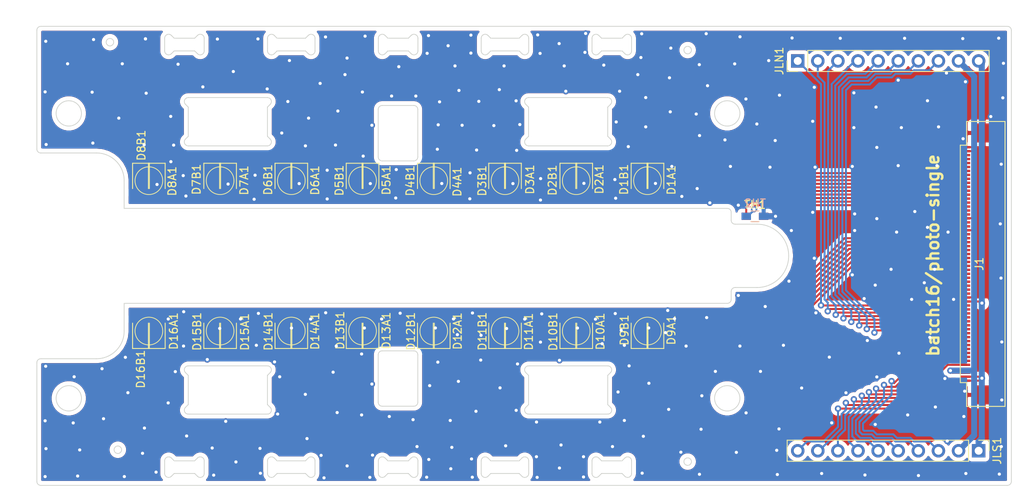
<source format=kicad_pcb>
(kicad_pcb (version 20211014) (generator pcbnew)
  (layers (0 "F.Cu" signal) (31 "B.Cu" signal) (34 "B.Paste" user) (35 "F.Paste" user) (36 "B.SilkS" user "B.Silkscreen") (37 "F.SilkS" user "F.Silkscreen") (38 "B.Mask" user) (39 "F.Mask" user) (44 "Edge.Cuts" user))
  (net 0 "")
  (net 1 "GNDA")
  (net 2 "/S_PD_OUT1")
  (net 3 "/S_PD_OUT3")
  (net 4 "/S_PD_OUT5")
  (net 5 "/S_PD_OUT7")
  (net 6 "/S_PD_OUT9")
  (net 7 "/S_PD_OUT11")
  (net 8 "/S_PD_OUT13")
  (net 9 "/S_PD_OUT15")
  (net 10 "/N_PD_OUT1")
  (net 11 "/N_PD_OUT3")
  (net 12 "/N_PD_OUT5")
  (net 13 "/N_PD_OUT7")
  (net 14 "/N_PD_OUT9")
  (net 15 "/N_PD_OUT11")
  (net 16 "/N_PD_OUT13")
  (net 17 "/N_PD_OUT15")
  (net 18 "GNDL")
  (net 19 "VCCL")
  (net 20 "Net-(J1-Pad42)")
  (net 21 "/N_LED_OUT1")
  (net 22 "/N_LED_OUT2")
  (net 23 "/N_LED_OUT3")
  (net 24 "/N_LED_OUT4")
  (net 25 "/N_LED_OUT5")
  (net 26 "/N_LED_OUT6")
  (net 27 "/N_LED_OUT7")
  (net 28 "/S_LED_OUT2")
  (net 29 "/S_LED_OUT1")
  (net 30 "/S_LED_OUT4")
  (net 31 "/S_LED_OUT3")
  (net 32 "/S_LED_OUT7")
  (net 33 "/S_LED_OUT8")
  (net 34 "/S_LED_OUT6")
  (net 35 "/S_LED_OUT5")
  (net 36 "/N_LED_OUT8")
  (net 37 "Net-(J1-Pad41)")
  (net 38 "VCCA")
  (net 39 "Net-(D3A1-Pad2)")
  (net 40 "Net-(D4A1-Pad2)")
  (net 41 "Net-(D5A1-Pad2)")
  (net 42 "Net-(D6A1-Pad2)")
  (net 43 "Net-(D7A1-Pad2)")
  (net 44 "Net-(D8A1-Pad2)")
  (net 45 "Net-(D9A1-Pad2)")
  (net 46 "Net-(D1A1-Pad2)")
  (net 47 "Net-(D10A1-Pad2)")
  (net 48 "Net-(D11A1-Pad2)")
  (net 49 "Net-(D12A1-Pad2)")
  (net 50 "Net-(D13A1-Pad2)")
  (net 51 "Net-(D14A1-Pad2)")
  (net 52 "Net-(D15A1-Pad2)")
  (net 53 "Net-(D16A1-Pad2)")
  (net 54 "Net-(D2A1-Pad2)")
  (footprint "Diodes_SMD:D_1206" (layer "F.Cu") (at 160.921211 90.502066 -90)
    (fp_text reference "D1B1")
    (fp_text value "D_Photo")
  )
  (footprint "Diodes_SMD:D_1206" (layer "F.Cu") (at 153.921211 90.502066 -90)
    (fp_text reference "D2A1")
    (fp_text value "D_Photo")
  )
  (footprint "Diodes_SMD:D_1206" (layer "F.Cu") (at 151.921211 90.502066 -90)
    (fp_text reference "D2B1")
    (fp_text value "D_Photo")
  )
  (footprint "Diodes_SMD:D_1206" (layer "F.Cu") (at 144.921211 90.502066 -90)
    (fp_text reference "D3A1")
    (fp_text value "D_Photo")
  )
  (footprint "Diodes_SMD:D_1206" (layer "F.Cu") (at 142.921211 90.502066 -90)
    (fp_text reference "D3B1")
    (fp_text value "D_Photo")
  )
  (footprint "Diodes_SMD:D_1206" (layer "F.Cu") (at 135.921211 90.502066 -90)
    (fp_text reference "D4A1")
    (fp_text value "D_Photo")
  )
  (footprint "Diodes_SMD:D_1206" (layer "F.Cu") (at 133.921211 90.502066 -90)
    (fp_text reference "D4B1")
    (fp_text value "D_Photo")
  )
  (footprint "Diodes_SMD:D_1206" (layer "F.Cu") (at 126.921211 90.502066 -90)
    (fp_text reference "D5A1")
    (fp_text value "D_Photo")
  )
  (footprint "Diodes_SMD:D_1206" (layer "F.Cu") (at 124.921211 90.502066 -90)
    (fp_text reference "D5B1")
    (fp_text value "D_Photo")
  )
  (footprint "Diodes_SMD:D_1206" (layer "F.Cu") (at 117.921211 90.502066 -90)
    (fp_text reference "D6A1")
    (fp_text value "D_Photo")
  )
  (footprint "Diodes_SMD:D_1206" (layer "F.Cu") (at 115.921211 90.502066 -90)
    (fp_text reference "D6B1")
    (fp_text value "D_Photo")
  )
  (footprint "Diodes_SMD:D_1206" (layer "F.Cu") (at 108.921211 90.502066 -90)
    (fp_text reference "D7A1")
    (fp_text value "D_Photo")
  )
  (footprint "Diodes_SMD:D_1206" (layer "F.Cu") (at 106.921211 90.502066 -90)
    (fp_text reference "D7B1")
    (fp_text value "D_Photo")
  )
  (footprint "Diodes_SMD:D_1206" (layer "F.Cu") (at 99.921211 90.502066 -90)
    (fp_text reference "D8A1")
    (fp_text value "D_Photo")
  )
  (footprint "Diodes_SMD:D_1206" (layer "F.Cu") (at 97.921211 90.502066 -90)
    (fp_text reference "D8B1")
    (fp_text value "D_Photo")
  )
  (footprint "Diodes_SMD:D_1206" (layer "F.Cu") (at 115.921211 109.501633 90)
    (fp_text reference "D14B1")
    (fp_text value "D_Photo")
  )
  (footprint "Diodes_SMD:D_1206" (layer "F.Cu") (at 124.921211 109.501633 90)
    (fp_text reference "D13B1")
    (fp_text value "D_Photo")
  )
  (footprint "Diodes_SMD:D_1206" (layer "F.Cu") (at 117.921211 109.501633 90)
    (fp_text reference "D14A1")
    (fp_text value "D_Photo")
  )
  (footprint "Diodes_SMD:D_1206" (layer "F.Cu") (at 108.921211 109.501633 90)
    (fp_text reference "D15A1")
    (fp_text value "D_Photo")
  )
  (footprint "Diodes_SMD:D_1206" (layer "F.Cu") (at 97.921211 109.501633 90)
    (fp_text reference "D16B1")
    (fp_text value "D_Photo")
  )
  (footprint "Diodes_SMD:D_1206" (layer "F.Cu") (at 99.921211 109.501633 90)
    (fp_text reference "D16A1")
    (fp_text value "D_Photo")
  )
  (footprint "Diodes_SMD:D_1206" (layer "F.Cu") (at 106.921211 109.501633 90)
    (fp_text reference "D15B1")
    (fp_text value "D_Photo")
  )
  (footprint "Diodes_SMD:D_1206" (layer "F.Cu") (at 160.921211 109.501633 90)
    (fp_text reference "D9B1")
    (fp_text value "D_Photo")
  )
  (footprint "Diodes_SMD:D_1206" (layer "F.Cu") (at 126.921211 109.501633 90)
    (fp_text reference "D13A1")
    (fp_text value "D_Photo")
  )
  (footprint "Diodes_SMD:D_1206" (layer "F.Cu") (at 133.921211 109.501633 90)
    (fp_text reference "D12B1")
    (fp_text value "D_Photo")
  )
  (footprint "Diodes_SMD:D_1206" (layer "F.Cu") (at 135.921211 109.501633 90)
    (fp_text reference "D12A1")
    (fp_text value "D_Photo")
  )
  (footprint "Diodes_SMD:D_1206" (layer "F.Cu") (at 142.921211 109.501633 90)
    (fp_text reference "D11B1")
    (fp_text value "D_Photo")
  )
  (footprint "Diodes_SMD:D_1206" (layer "F.Cu") (at 144.921211 109.501633 90)
    (fp_text reference "D11A1")
    (fp_text value "D_Photo")
  )
  (footprint "Diodes_SMD:D_1206" (layer "F.Cu") (at 151.921211 109.501633 90)
    (fp_text reference "D10B1")
    (fp_text value "D_Photo")
  )
  (footprint "Diodes_SMD:D_1206" (layer "F.Cu") (at 153.921211 109.501633 90)
    (fp_text reference "D10A1")
    (fp_text value "D_Photo")
  )
  (footprint "Diodes_SMD:D_1206" (layer "F.Cu") (at 162.921211 90.502066 -90)
    (fp_text reference "D1A1")
    (fp_text value "D_Photo")
  )
  (footprint "Pin_Headers:Pin_Header_Straight_1x10_Pitch2.54mm" (layer "F.Cu") (at 180.905 75.372 90)
    (fp_text reference "JLN1")
    (fp_text value "Conn_01x10_Male")
  )
  (footprint "Pin_Headers:Pin_Header_Straight_1x10_Pitch2.54mm" (layer "F.Cu") (at 203.765 124.628 -90)
    (fp_text reference "JLS1")
    (fp_text value "Conn_01x10_Male")
  )
  (footprint "Diodes_SMD:D_1206" (layer "F.Cu") (at 162.921211 109.501633 90)
    (fp_text reference "D9A1")
    (fp_text value "D_Photo")
  )
  (footprint "Ninja-qPCR:FFC_60_Ali_HUISHUNFA" (layer "F.Cu") (at 202.074 115.77 90)
    (fp_text reference "J1")
    (fp_text value "Conn_01x60_Male")
  )
  (footprint "Resistors_SMD:R_0603_HandSoldering" (layer "F.Cu") (at 175.5 95)
    (fp_text reference "TH1")
    (fp_text value "Thermistor")
  )
  (footprint "Resistors_SMD:R_0603_HandSoldering" (layer "B.Cu") (at 175.5 95)
    (fp_text reference "TH2")
    (fp_text value "Thermistor")
  )
  (gr_circle (center 161.921211 90.502066) (end 160.171211 90.502066) (layer "F.SilkS") (width 0.1) (fill none))
  (gr_circle (center 116.921211 90.502066) (end 115.171211 90.502066) (layer "F.SilkS") (width 0.1) (fill none))
  (gr_circle (center 134.921211 90.502066) (end 133.171211 90.502066) (layer "F.SilkS") (width 0.1) (fill none))
  (gr_circle (center 143.921211 90.502066) (end 142.171211 90.502066) (layer "F.SilkS") (width 0.1) (fill none))
  (gr_circle (center 152.921211 90.502066) (end 151.171211 90.502066) (layer "F.SilkS") (width 0.1) (fill none))
  (gr_circle (center 125.921211 90.502066) (end 124.171211 90.502066) (layer "F.SilkS") (width 0.1) (fill none))
  (gr_circle (center 98.921211 90.502066) (end 97.171211 90.502066) (layer "F.SilkS") (width 0.1) (fill none))
  (gr_circle (center 107.921211 90.502066) (end 106.171211 90.502066) (layer "F.SilkS") (width 0.1) (fill none))
  (gr_circle (center 107.921211 109.501633) (end 106.171211 109.501633) (layer "F.SilkS") (width 0.1) (fill none))
  (gr_circle (center 134.921211 109.501633) (end 133.171211 109.501633) (layer "F.SilkS") (width 0.1) (fill none))
  (gr_circle (center 116.921211 109.501633) (end 115.171211 109.501633) (layer "F.SilkS") (width 0.1) (fill none))
  (gr_circle (center 143.921211 109.501633) (end 142.171211 109.501633) (layer "F.SilkS") (width 0.1) (fill none))
  (gr_circle (center 125.921211 109.501633) (end 124.171211 109.501633) (layer "F.SilkS") (width 0.1) (fill none))
  (gr_circle (center 161.921211 109.501633) (end 160.171211 109.501633) (layer "F.SilkS") (width 0.1) (fill none))
  (gr_circle (center 152.921211 109.501633) (end 151.171211 109.501633) (layer "F.SilkS") (width 0.1) (fill none))
  (gr_circle (center 98.921211 109.501633) (end 97.171211 109.501633) (layer "F.SilkS") (width 0.1) (fill none))
  (gr_circle (center 172 82) (end 170.4 82) (layer "Edge.Cuts") (width 0.1) (fill none))
  (gr_circle (center 88.8 82) (end 87.2 82) (layer "Edge.Cuts") (width 0.1) (fill none))
  (gr_line (start 119.060497 74.455302) (end 118.706944 74.101749) (layer "Edge.Cuts") (width 0.1))
  (gr_line (start 156.89905 84.894642) (end 157.252604 85.248195) (layer "Edge.Cuts") (width 0.1))
  (gr_line (start 104.706944 74.101749) (end 102.121157 74.101749) (layer "Edge.Cuts") (width 0.1))
  (gr_line (start 103.89905 80.001749) (end 113.89905 80.001749) (layer "Edge.Cuts") (width 0.1))
  (gr_line (start 115.121157 74.101749) (end 114.767604 74.455302) (layer "Edge.Cuts") (width 0.1))
  (gr_line (start 156.89905 81.208855) (end 156.89905 84.894642) (layer "Edge.Cuts") (width 0.1))
  (gr_arc (start 157.252604 85.248195) (mid 157.360991 85.793091) (end 156.89905 86.10175) (layer "Edge.Cuts") (width 0.1))
  (gr_line (start 105.060497 74.455302) (end 104.706944 74.101749) (layer "Edge.Cuts") (width 0.1))
  (gr_arc (start 113.89905 80.001749) (mid 114.36099 80.310407) (end 114.252603 80.855302) (layer "Edge.Cuts") (width 0.1))
  (gr_arc (start 140.91405 72.501749) (mid 141.222708 72.039809) (end 141.767603 72.148196) (layer "Edge.Cuts") (width 0.1))
  (gr_line (start 119.91405 72.501749) (end 119.91405 74.101749) (layer "Edge.Cuts") (width 0.1))
  (gr_line (start 102.121157 74.101749) (end 101.767604 74.455302) (layer "Edge.Cuts") (width 0.1))
  (gr_line (start 129.121157 72.501749) (end 131.706944 72.501749) (layer "Edge.Cuts") (width 0.1))
  (gr_line (start 128.767604 72.148195) (end 129.121157 72.501749) (layer "Edge.Cuts") (width 0.1))
  (gr_line (start 101.767604 72.148195) (end 102.121157 72.501749) (layer "Edge.Cuts") (width 0.1))
  (gr_line (start 115.121157 72.501749) (end 118.706944 72.501749) (layer "Edge.Cuts") (width 0.1))
  (gr_line (start 113.89905 86.101749) (end 103.89905 86.101749) (layer "Edge.Cuts") (width 0.1))
  (gr_line (start 156.121157 74.101749) (end 155.767604 74.455302) (layer "Edge.Cuts") (width 0.1))
  (gr_line (start 104.706944 72.501749) (end 105.060497 72.148195) (layer "Edge.Cuts") (width 0.1))
  (gr_arc (start 154.91405 72.501749) (mid 155.222708 72.039809) (end 155.767603 72.148196) (layer "Edge.Cuts") (width 0.1))
  (gr_line (start 118.706944 74.101749) (end 115.121157 74.101749) (layer "Edge.Cuts") (width 0.1))
  (gr_arc (start 103.545497 80.855302) (mid 103.437111 80.310407) (end 103.89905 80.00175) (layer "Edge.Cuts") (width 0.1))
  (gr_line (start 146.91405 72.501749) (end 146.91405 74.101749) (layer "Edge.Cuts") (width 0.1))
  (gr_arc (start 159.060497 72.148195) (mid 159.605393 72.039809) (end 159.91405 72.50175) (layer "Edge.Cuts") (width 0.1))
  (gr_line (start 207.399 71) (end 85.264 71) (layer "Edge.Cuts") (width 0.1))
  (gr_line (start 156.121157 72.501749) (end 158.706944 72.501749) (layer "Edge.Cuts") (width 0.1))
  (gr_line (start 113.89905 81.208855) (end 113.89905 84.894642) (layer "Edge.Cuts") (width 0.1))
  (gr_line (start 140.91405 74.101749) (end 140.91405 72.501749) (layer "Edge.Cuts") (width 0.1))
  (gr_line (start 146.060497 74.455302) (end 145.706944 74.101749) (layer "Edge.Cuts") (width 0.1))
  (gr_arc (start 119.91405 74.101749) (mid 119.605392 74.563689) (end 119.060497 74.455302) (layer "Edge.Cuts") (width 0.1))
  (gr_line (start 142.121157 72.501749) (end 145.706944 72.501749) (layer "Edge.Cuts") (width 0.1))
  (gr_line (start 159.060497 74.455302) (end 158.706944 74.101749) (layer "Edge.Cuts") (width 0.1))
  (gr_arc (start 101.767604 74.455302) (mid 101.222709 74.563689) (end 100.91405 74.10175) (layer "Edge.Cuts") (width 0.1))
  (gr_arc (start 100.91405 72.501749) (mid 101.222708 72.039809) (end 101.767603 72.148196) (layer "Edge.Cuts") (width 0.1))
  (gr_line (start 102.121157 72.501749) (end 104.706944 72.501749) (layer "Edge.Cuts") (width 0.1))
  (gr_line (start 141.767604 72.148195) (end 142.121157 72.501749) (layer "Edge.Cuts") (width 0.1))
  (gr_line (start 103.89905 84.894642) (end 103.89905 81.208855) (layer "Edge.Cuts") (width 0.1))
  (gr_arc (start 132.060497 72.148195) (mid 132.605393 72.039809) (end 132.91405 72.50175) (layer "Edge.Cuts") (width 0.1))
  (gr_line (start 158.706944 72.501749) (end 159.060497 72.148195) (layer "Edge.Cuts") (width 0.1))
  (gr_line (start 146.545497 85.248195) (end 146.89905 84.894642) (layer "Edge.Cuts") (width 0.1))
  (gr_line (start 155.767604 72.148195) (end 156.121157 72.501749) (layer "Edge.Cuts") (width 0.1))
  (gr_arc (start 105.060497 72.148195) (mid 105.605393 72.039809) (end 105.91405 72.50175) (layer "Edge.Cuts") (width 0.1))
  (gr_arc (start 141.767604 74.455302) (mid 141.222709 74.563689) (end 140.91405 74.10175) (layer "Edge.Cuts") (width 0.1))
  (gr_line (start 100.91405 74.101749) (end 100.91405 72.501749) (layer "Edge.Cuts") (width 0.1))
  (gr_line (start 114.252604 80.855302) (end 113.89905 81.208855) (layer "Edge.Cuts") (width 0.1))
  (gr_arc (start 155.767604 74.455302) (mid 155.222709 74.563689) (end 154.91405 74.10175) (layer "Edge.Cuts") (width 0.1))
  (gr_line (start 158.706944 74.101749) (end 156.121157 74.101749) (layer "Edge.Cuts") (width 0.1))
  (gr_arc (start 103.89905 86.101749) (mid 103.43711 85.793091) (end 103.545497 85.248196) (layer "Edge.Cuts") (width 0.1))
  (gr_line (start 142.121157 74.101749) (end 141.767604 74.455302) (layer "Edge.Cuts") (width 0.1))
  (gr_arc (start 146.89905 86.101749) (mid 146.43711 85.793091) (end 146.545497 85.248196) (layer "Edge.Cuts") (width 0.1))
  (gr_arc (start 114.252604 85.248195) (mid 114.360991 85.793091) (end 113.89905 86.10175) (layer "Edge.Cuts") (width 0.1))
  (gr_line (start 154.91405 74.101749) (end 154.91405 72.501749) (layer "Edge.Cuts") (width 0.1))
  (gr_line (start 103.89905 81.208855) (end 103.545497 80.855302) (layer "Edge.Cuts") (width 0.1))
  (gr_line (start 103.545497 85.248195) (end 103.89905 84.894642) (layer "Edge.Cuts") (width 0.1))
  (gr_line (start 113.89905 84.894642) (end 114.252604 85.248195) (layer "Edge.Cuts") (width 0.1))
  (gr_arc (start 146.060497 72.148195) (mid 146.605393 72.039809) (end 146.91405 72.50175) (layer "Edge.Cuts") (width 0.1))
  (gr_line (start 145.706944 74.101749) (end 142.121157 74.101749) (layer "Edge.Cuts") (width 0.1))
  (gr_line (start 156.89905 86.101749) (end 146.89905 86.101749) (layer "Edge.Cuts") (width 0.1))
  (gr_line (start 131.706944 72.501749) (end 132.060497 72.148195) (layer "Edge.Cuts") (width 0.1))
  (gr_line (start 95.8 94) (end 172 94) (layer "Edge.Cuts") (width 0.1))
  (gr_line (start 113.91405 74.101749) (end 113.91405 72.501749) (layer "Edge.Cuts") (width 0.1))
  (gr_line (start 145.706944 72.501749) (end 146.060497 72.148195) (layer "Edge.Cuts") (width 0.1))
  (gr_line (start 146.89905 81.208855) (end 146.545497 80.855302) (layer "Edge.Cuts") (width 0.1))
  (gr_line (start 159.91405 72.501749) (end 159.91405 74.101749) (layer "Edge.Cuts") (width 0.1))
  (gr_line (start 146.89905 84.894642) (end 146.89905 81.208855) (layer "Edge.Cuts") (width 0.1))
  (gr_arc (start 113.91405 72.501749) (mid 114.222708 72.039809) (end 114.767603 72.148196) (layer "Edge.Cuts") (width 0.1))
  (gr_arc (start 132.91405 74.101749) (mid 132.605392 74.563689) (end 132.060497 74.455302) (layer "Edge.Cuts") (width 0.1))
  (gr_arc (start 105.91405 74.101749) (mid 105.605392 74.563689) (end 105.060497 74.455302) (layer "Edge.Cuts") (width 0.1))
  (gr_line (start 95.8 90.5) (end 95.8 94) (layer "Edge.Cuts") (width 0.1))
  (gr_arc (start 159.91405 74.101749) (mid 159.605392 74.563689) (end 159.060497 74.455302) (layer "Edge.Cuts") (width 0.1))
  (gr_line (start 105.91405 72.501749) (end 105.91405 74.101749) (layer "Edge.Cuts") (width 0.1))
  (gr_arc (start 146.545497 80.855302) (mid 146.437111 80.310407) (end 146.89905 80.00175) (layer "Edge.Cuts") (width 0.1))
  (gr_arc (start 114.767604 74.455302) (mid 114.222709 74.563689) (end 113.91405 74.10175) (layer "Edge.Cuts") (width 0.1))
  (gr_line (start 114.767604 72.148195) (end 115.121157 72.501749) (layer "Edge.Cuts") (width 0.1))
  (gr_line (start 132.91405 72.501749) (end 132.91405 74.101749) (layer "Edge.Cuts") (width 0.1))
  (gr_arc (start 128.767604 74.455302) (mid 128.222709 74.563689) (end 127.91405 74.10175) (layer "Edge.Cuts") (width 0.1))
  (gr_arc (start 146.91405 74.101749) (mid 146.605392 74.563689) (end 146.060497 74.455302) (layer "Edge.Cuts") (width 0.1))
  (gr_line (start 127.91405 74.101749) (end 127.91405 72.501749) (layer "Edge.Cuts") (width 0.1))
  (gr_arc (start 127.91405 72.501749) (mid 128.222708 72.039809) (end 128.767603 72.148196) (layer "Edge.Cuts") (width 0.1))
  (gr_arc (start 119.060497 72.148195) (mid 119.605393 72.039809) (end 119.91405 72.50175) (layer "Edge.Cuts") (width 0.1))
  (gr_line (start 129.121157 74.101749) (end 128.767604 74.455302) (layer "Edge.Cuts") (width 0.1))
  (gr_arc (start 156.89905 80.001749) (mid 157.36099 80.310407) (end 157.252603 80.855302) (layer "Edge.Cuts") (width 0.1))
  (gr_line (start 118.706944 72.501749) (end 119.060497 72.148195) (layer "Edge.Cuts") (width 0.1))
  (gr_line (start 131.706944 74.101749) (end 129.121157 74.101749) (layer "Edge.Cuts") (width 0.1))
  (gr_line (start 157.252604 80.855302) (end 156.89905 81.208855) (layer "Edge.Cuts") (width 0.1))
  (gr_line (start 132.060497 74.455302) (end 131.706944 74.101749) (layer "Edge.Cuts") (width 0.1))
  (gr_arc (start 92.3 87) (mid 94.774874 88.025126) (end 95.8 90.5) (layer "Edge.Cuts") (width 0.1))
  (gr_line (start 92.3 87) (end 85.264 87) (layer "Edge.Cuts") (width 0.1))
  (gr_circle (center 88.8 118) (end 87.2 118) (layer "Edge.Cuts") (width 0.1) (fill none))
  (gr_arc (start 132.9 118.5) (mid 132.753553 118.853553) (end 132.4 119) (layer "Edge.Cuts") (width 0.1))
  (gr_arc (start 128.4 119) (mid 128.046447 118.853553) (end 127.9 118.5) (layer "Edge.Cuts") (width 0.1))
  (gr_line (start 132.4 119) (end 128.4 119) (layer "Edge.Cuts") (width 0.1))
  (gr_line (start 127.9 118.5) (end 127.9 112.5) (layer "Edge.Cuts") (width 0.1))
  (gr_line (start 132.9 118.5) (end 132.9 112.5) (layer "Edge.Cuts") (width 0.1))
  (gr_arc (start 132.4 81) (mid 132.753553 81.146447) (end 132.9 81.5) (layer "Edge.Cuts") (width 0.1))
  (gr_line (start 128.4 81) (end 132.4 81) (layer "Edge.Cuts") (width 0.1))
  (gr_arc (start 132.9 87.5) (mid 132.753553 87.853553) (end 132.4 88) (layer "Edge.Cuts") (width 0.1))
  (gr_line (start 132.9 87.5) (end 132.9 81.5) (layer "Edge.Cuts") (width 0.1))
  (gr_line (start 132.4 88) (end 128.4 88) (layer "Edge.Cuts") (width 0.1))
  (gr_line (start 127.9 87.5) (end 127.9 81.5) (layer "Edge.Cuts") (width 0.1))
  (gr_arc (start 127.9 81.5) (mid 128.046447 81.146447) (end 128.4 81) (layer "Edge.Cuts") (width 0.1))
  (gr_circle (center 94 73) (end 93.525 73) (layer "Edge.Cuts") (width 0.1) (fill none))
  (gr_circle (center 167 74) (end 166.525 74) (layer "Edge.Cuts") (width 0.1) (fill none))
  (gr_circle (center 167 126) (end 166.525 126) (layer "Edge.Cuts") (width 0.1) (fill none))
  (gr_circle (center 95 124.5) (end 94.525 124.5) (layer "Edge.Cuts") (width 0.1) (fill none))
  (gr_arc (start 85.264 87) (mid 84.910447 86.853553) (end 84.764 86.5) (layer "Edge.Cuts") (width 0.1))
  (gr_arc (start 84.764 113.5) (mid 84.910447 113.146447) (end 85.264 113) (layer "Edge.Cuts") (width 0.1))
  (gr_arc (start 172 94) (mid 172.353553 94.146447) (end 172.5 94.5) (layer "Edge.Cuts") (width 0.1))
  (gr_arc (start 172.5 105.5) (mid 172.353553 105.853553) (end 172 106) (layer "Edge.Cuts") (width 0.1))
  (gr_line (start 156.89905 80.001749) (end 146.89905 80.001749) (layer "Edge.Cuts") (width 0.1))
  (gr_arc (start 173 96) (mid 172.646447 95.853553) (end 172.5 95.5) (layer "Edge.Cuts") (width 0.1))
  (gr_arc (start 172.5 104.5) (mid 172.646447 104.146447) (end 173 104) (layer "Edge.Cuts") (width 0.1))
  (gr_line (start 172.5 94.5) (end 172.5 95.5) (layer "Edge.Cuts") (width 0.1))
  (gr_line (start 172.5 104.5) (end 172.5 105.5) (layer "Edge.Cuts") (width 0.1))
  (gr_arc (start 128.4 88) (mid 128.046447 87.853553) (end 127.9 87.5) (layer "Edge.Cuts") (width 0.1))
  (gr_line (start 100.91405 125.898251) (end 100.91405 127.498251) (layer "Edge.Cuts") (width 0.1))
  (gr_line (start 132.060497 125.544698) (end 131.706944 125.898251) (layer "Edge.Cuts") (width 0.1))
  (gr_line (start 102.121157 127.498251) (end 104.706944 127.498251) (layer "Edge.Cuts") (width 0.1))
  (gr_line (start 146.89905 118.791145) (end 146.545497 119.144698) (layer "Edge.Cuts") (width 0.1))
  (gr_line (start 104.706944 127.498251) (end 105.060497 127.851805) (layer "Edge.Cuts") (width 0.1))
  (gr_arc (start 101.767603 127.851804) (mid 101.222708 127.96019) (end 100.91405 127.498251) (layer "Edge.Cuts") (width 0.1))
  (gr_arc (start 207.399 71) (mid 207.752553 71.146447) (end 207.899 71.5) (layer "Edge.Cuts") (width 0.1))
  (gr_line (start 145.706944 125.898251) (end 142.121157 125.898251) (layer "Edge.Cuts") (width 0.1))
  (gr_arc (start 155.767603 127.851804) (mid 155.222708 127.96019) (end 154.91405 127.498251) (layer "Edge.Cuts") (width 0.1))
  (gr_arc (start 100.91405 125.89825) (mid 101.222709 125.436311) (end 101.767604 125.544698) (layer "Edge.Cuts") (width 0.1))
  (gr_arc (start 156.89905 113.89825) (mid 157.360991 114.206909) (end 157.252604 114.751805) (layer "Edge.Cuts") (width 0.1))
  (gr_line (start 146.060497 125.544698) (end 145.706944 125.898251) (layer "Edge.Cuts") (width 0.1))
  (gr_line (start 146.89905 119.998251) (end 156.89905 119.998251) (layer "Edge.Cuts") (width 0.1))
  (gr_line (start 156.89905 113.898251) (end 146.89905 113.898251) (layer "Edge.Cuts") (width 0.1))
  (gr_arc (start 146.89905 119.99825) (mid 146.437111 119.689592) (end 146.545497 119.144698) (layer "Edge.Cuts") (width 0.1))
  (gr_line (start 129.121157 127.498251) (end 131.706944 127.498251) (layer "Edge.Cuts") (width 0.1))
  (gr_arc (start 146.545497 114.751804) (mid 146.437111 114.206909) (end 146.89905 113.898251) (layer "Edge.Cuts") (width 0.1))
  (gr_arc (start 132.060497 125.544698) (mid 132.605392 125.436312) (end 132.91405 125.898251) (layer "Edge.Cuts") (width 0.1))
  (gr_line (start 154.91405 125.898251) (end 154.91405 127.498251) (layer "Edge.Cuts") (width 0.1))
  (gr_line (start 113.89905 115.105358) (end 114.252604 114.751805) (layer "Edge.Cuts") (width 0.1))
  (gr_arc (start 103.545497 114.751804) (mid 103.437111 114.206909) (end 103.89905 113.898251) (layer "Edge.Cuts") (width 0.1))
  (gr_line (start 114.252604 119.144698) (end 113.89905 118.791145) (layer "Edge.Cuts") (width 0.1))
  (gr_line (start 113.89905 118.791145) (end 113.89905 115.105358) (layer "Edge.Cuts") (width 0.1))
  (gr_line (start 113.91405 125.898251) (end 113.91405 127.498251) (layer "Edge.Cuts") (width 0.1))
  (gr_line (start 158.706944 125.898251) (end 156.121157 125.898251) (layer "Edge.Cuts") (width 0.1))
  (gr_arc (start 159.91405 127.49825) (mid 159.605393 127.96019) (end 159.060497 127.851805) (layer "Edge.Cuts") (width 0.1))
  (gr_arc (start 85.264 129) (mid 84.910447 128.853553) (end 84.764 128.5) (layer "Edge.Cuts") (width 0.1))
  (gr_line (start 127.91405 125.898251) (end 127.91405 127.498251) (layer "Edge.Cuts") (width 0.1))
  (gr_line (start 159.060497 125.544698) (end 158.706944 125.898251) (layer "Edge.Cuts") (width 0.1))
  (gr_arc (start 114.252603 119.144698) (mid 114.360989 119.689593) (end 113.89905 119.998251) (layer "Edge.Cuts") (width 0.1))
  (gr_line (start 95.8 106) (end 172 106) (layer "Edge.Cuts") (width 0.1))
  (gr_line (start 128.4 112) (end 132.4 112) (layer "Edge.Cuts") (width 0.1))
  (gr_line (start 104.706944 125.898251) (end 102.121157 125.898251) (layer "Edge.Cuts") (width 0.1))
  (gr_arc (start 146.060497 125.544698) (mid 146.605392 125.436312) (end 146.91405 125.898251) (layer "Edge.Cuts") (width 0.1))
  (gr_line (start 207.899 128.5) (end 207.899 71.5) (layer "Edge.Cuts") (width 0.1))
  (gr_line (start 173 96) (end 175.764 96) (layer "Edge.Cuts") (width 0.1))
  (gr_line (start 140.91405 125.898251) (end 140.91405 127.498251) (layer "Edge.Cuts") (width 0.1))
  (gr_arc (start 159.060497 125.544698) (mid 159.605392 125.436312) (end 159.91405 125.898251) (layer "Edge.Cuts") (width 0.1))
  (gr_arc (start 127.91405 125.89825) (mid 128.222709 125.436311) (end 128.767604 125.544698) (layer "Edge.Cuts") (width 0.1))
  (gr_line (start 113.89905 113.898251) (end 103.89905 113.898251) (layer "Edge.Cuts") (width 0.1))
  (gr_line (start 105.91405 127.498251) (end 105.91405 125.898251) (layer "Edge.Cuts") (width 0.1))
  (gr_line (start 103.89905 118.791145) (end 103.545497 119.144698) (layer "Edge.Cuts") (width 0.1))
  (gr_arc (start 132.4 112) (mid 132.753553 112.146447) (end 132.9 112.5) (layer "Edge.Cuts") (width 0.1))
  (gr_line (start 146.91405 127.498251) (end 146.91405 125.898251) (layer "Edge.Cuts") (width 0.1))
  (gr_line (start 118.706944 125.898251) (end 115.121157 125.898251) (layer "Edge.Cuts") (width 0.1))
  (gr_arc (start 146.91405 127.49825) (mid 146.605393 127.96019) (end 146.060497 127.851805) (layer "Edge.Cuts") (width 0.1))
  (gr_arc (start 132.91405 127.49825) (mid 132.605393 127.96019) (end 132.060497 127.851805) (layer "Edge.Cuts") (width 0.1))
  (gr_line (start 102.121157 125.898251) (end 101.767604 125.544698) (layer "Edge.Cuts") (width 0.1))
  (gr_arc (start 140.91405 125.89825) (mid 141.222709 125.436311) (end 141.767604 125.544698) (layer "Edge.Cuts") (width 0.1))
  (gr_line (start 145.706944 127.498251) (end 146.060497 127.851805) (layer "Edge.Cuts") (width 0.1))
  (gr_line (start 155.767604 127.851805) (end 156.121157 127.498251) (layer "Edge.Cuts") (width 0.1))
  (gr_line (start 207.399 129) (end 85.264 129) (layer "Edge.Cuts") (width 0.1))
  (gr_line (start 129.121157 125.898251) (end 128.767604 125.544698) (layer "Edge.Cuts") (width 0.1))
  (gr_arc (start 207.899 128.5) (mid 207.752553 128.853553) (end 207.399 129) (layer "Edge.Cuts") (width 0.1))
  (gr_line (start 146.545497 114.751805) (end 146.89905 115.105358) (layer "Edge.Cuts") (width 0.1))
  (gr_circle (center 172 118) (end 170.4 118) (layer "Edge.Cuts") (width 0.1) (fill none))
  (gr_line (start 101.767604 127.851805) (end 102.121157 127.498251) (layer "Edge.Cuts") (width 0.1))
  (gr_line (start 103.89905 119.998251) (end 113.89905 119.998251) (layer "Edge.Cuts") (width 0.1))
  (gr_arc (start 103.89905 119.99825) (mid 103.437111 119.689592) (end 103.545497 119.144698) (layer "Edge.Cuts") (width 0.1))
  (gr_line (start 158.706944 127.498251) (end 159.060497 127.851805) (layer "Edge.Cuts") (width 0.1))
  (gr_line (start 105.060497 125.544698) (end 104.706944 125.898251) (layer "Edge.Cuts") (width 0.1))
  (gr_line (start 142.121157 125.898251) (end 141.767604 125.544698) (layer "Edge.Cuts") (width 0.1))
  (gr_line (start 118.706944 127.498251) (end 119.060497 127.851805) (layer "Edge.Cuts") (width 0.1))
  (gr_line (start 84.764 71.5) (end 84.764 86.5) (layer "Edge.Cuts") (width 0.1))
  (gr_line (start 119.060497 125.544698) (end 118.706944 125.898251) (layer "Edge.Cuts") (width 0.1))
  (gr_line (start 141.767604 127.851805) (end 142.121157 127.498251) (layer "Edge.Cuts") (width 0.1))
  (gr_line (start 115.121157 127.498251) (end 118.706944 127.498251) (layer "Edge.Cuts") (width 0.1))
  (gr_arc (start 113.89905 113.89825) (mid 114.360991 114.206909) (end 114.252604 114.751805) (layer "Edge.Cuts") (width 0.1))
  (gr_line (start 156.121157 125.898251) (end 155.767604 125.544698) (layer "Edge.Cuts") (width 0.1))
  (gr_line (start 84.764 128.5) (end 84.764 113.5) (layer "Edge.Cuts") (width 0.1))
  (gr_line (start 156.121157 127.498251) (end 158.706944 127.498251) (layer "Edge.Cuts") (width 0.1))
  (gr_line (start 156.89905 115.105358) (end 157.252604 114.751805) (layer "Edge.Cuts") (width 0.1))
  (gr_arc (start 128.767603 127.851804) (mid 128.222708 127.96019) (end 127.91405 127.498251) (layer "Edge.Cuts") (width 0.1))
  (gr_arc (start 127.9 112.5) (mid 128.046447 112.146447) (end 128.4 112) (layer "Edge.Cuts") (width 0.1))
  (gr_line (start 146.89905 115.105358) (end 146.89905 118.791145) (layer "Edge.Cuts") (width 0.1))
  (gr_arc (start 84.764 71.5) (mid 84.910447 71.146447) (end 85.264 71) (layer "Edge.Cuts") (width 0.1))
  (gr_line (start 92.3 113) (end 85.264 113) (layer "Edge.Cuts") (width 0.1))
  (gr_line (start 157.252604 119.144698) (end 156.89905 118.791145) (layer "Edge.Cuts") (width 0.1))
  (gr_line (start 156.89905 118.791145) (end 156.89905 115.105358) (layer "Edge.Cuts") (width 0.1))
  (gr_arc (start 114.767603 127.851804) (mid 114.222708 127.96019) (end 113.91405 127.498251) (layer "Edge.Cuts") (width 0.1))
  (gr_line (start 128.767604 127.851805) (end 129.121157 127.498251) (layer "Edge.Cuts") (width 0.1))
  (gr_line (start 115.121157 125.898251) (end 114.767604 125.544698) (layer "Edge.Cuts") (width 0.1))
  (gr_arc (start 154.91405 125.89825) (mid 155.222709 125.436311) (end 155.767604 125.544698) (layer "Edge.Cuts") (width 0.1))
  (gr_line (start 173 104) (end 175.764 104) (layer "Edge.Cuts") (width 0.1))
  (gr_arc (start 175.764 96) (mid 179.764 100) (end 175.764 104) (layer "Edge.Cuts") (width 0.1))
  (gr_arc (start 95.8 109.5) (mid 94.774874 111.974874) (end 92.3 113) (layer "Edge.Cuts") (width 0.1))
  (gr_line (start 142.121157 127.498251) (end 145.706944 127.498251) (layer "Edge.Cuts") (width 0.1))
  (gr_arc (start 105.91405 127.49825) (mid 105.605393 127.96019) (end 105.060497 127.851805) (layer "Edge.Cuts") (width 0.1))
  (gr_line (start 103.545497 114.751805) (end 103.89905 115.105358) (layer "Edge.Cuts") (width 0.1))
  (gr_arc (start 119.060497 125.544698) (mid 119.605392 125.436312) (end 119.91405 125.898251) (layer "Edge.Cuts") (width 0.1))
  (gr_arc (start 113.91405 125.89825) (mid 114.222709 125.436311) (end 114.767604 125.544698) (layer "Edge.Cuts") (width 0.1))
  (gr_arc (start 141.767603 127.851804) (mid 141.222708 127.96019) (end 140.91405 127.498251) (layer "Edge.Cuts") (width 0.1))
  (gr_arc (start 105.060497 125.544698) (mid 105.605392 125.436312) (end 105.91405 125.898251) (layer "Edge.Cuts") (width 0.1))
  (gr_line (start 131.706944 127.498251) (end 132.060497 127.851805) (layer "Edge.Cuts") (width 0.1))
  (gr_arc (start 157.252603 119.144698) (mid 157.360989 119.689593) (end 156.89905 119.998251) (layer "Edge.Cuts") (width 0.1))
  (gr_line (start 132.91405 127.498251) (end 132.91405 125.898251) (layer "Edge.Cuts") (width 0.1))
  (gr_line (start 103.89905 115.105358) (end 103.89905 118.791145) (layer "Edge.Cuts") (width 0.1))
  (gr_line (start 159.91405 127.498251) (end 159.91405 125.898251) (layer "Edge.Cuts") (width 0.1))
  (gr_arc (start 119.91405 127.49825) (mid 119.605393 127.96019) (end 119.060497 127.851805) (layer "Edge.Cuts") (width 0.1))
  (gr_line (start 114.767604 127.851805) (end 115.121157 127.498251) (layer "Edge.Cuts") (width 0.1))
  (gr_line (start 119.91405 127.498251) (end 119.91405 125.898251) (layer "Edge.Cuts") (width 0.1))
  (gr_line (start 95.8 109.5) (end 95.8 106) (layer "Edge.Cuts") (width 0.1))
  (gr_line (start 131.706944 125.898251) (end 129.121157 125.898251) (layer "Edge.Cuts") (width 0.1))
  (gr_text "batch16/photo-single" (at 198 99.94 90) (layer "F.SilkS") (effects (font (size 1.5 1.5) (thickness 0.3))))
  (segment (start 205.7 95.2) (end 205.7 96.5) (width 0.762) (layer "F.Cu") (net 1))
  (segment (start 202.074 86.27) (end 205.53 86.27) (width 0.25) (layer "F.Cu") (net 1))
  (segment (start 165.278367 108.001633) (end 165.34 107.94) (width 0.508) (layer "F.Cu") (net 1))
  (segment (start 162.921211 92.002066) (end 165.772066 92.002066) (width 0.508) (layer "F.Cu") (net 1))
  (segment (start 205.7 86.9) (end 205.7 95.2) (width 0.762) (layer "F.Cu") (net 1))
  (segment (start 176.6 95) (end 178.1 95) (width 0.762) (layer "F.Cu") (net 1))
  (segment (start 202.13 95.27) (end 202.154999 95.245001) (width 0.25) (layer "F.Cu") (net 1))
  (segment (start 202.074 95.27) (end 202.13 95.27) (width 0.25) (layer "F.Cu") (net 1))
  (segment (start 205.7 85.771) (end 205.7 86.1) (width 0.762) (layer "F.Cu") (net 1))
  (segment (start 205.43 96.77) (end 205.7 96.5) (width 0.25) (layer "F.Cu") (net 1))
  (segment (start 165.772066 92.002066) (end 166.26 92.49) (width 0.508) (layer "F.Cu") (net 1))
  (segment (start 205.7 116.269) (end 204.399 117.57) (width 0.762) (layer "F.Cu") (net 1))
  (segment (start 205.7 96.5) (end 205.7 105.3) (width 0.762) (layer "F.Cu") (net 1))
  (segment (start 202.13 105.27) (end 202.154999 105.245001) (width 0.25) (layer "F.Cu") (net 1))
  (segment (start 205.53 86.27) (end 205.7 86.1) (width 0.25) (layer "F.Cu") (net 1))
  (segment (start 202.074 86.77) (end 205.57 86.77) (width 0.25) (layer "F.Cu") (net 1))
  (segment (start 205.654999 95.245001) (end 205.7 95.2) (width 0.25) (layer "F.Cu") (net 1))
  (segment (start 205.645001 105.245001) (end 205.7 105.3) (width 0.25) (layer "F.Cu") (net 1))
  (segment (start 202.154999 95.245001) (end 205.654999 95.245001) (width 0.25) (layer "F.Cu") (net 1))
  (segment (start 204.399 84.47) (end 205.7 85.771) (width 0.762) (layer "F.Cu") (net 1))
  (segment (start 202.154999 105.245001) (end 205.645001 105.245001) (width 0.25) (layer "F.Cu") (net 1))
  (segment (start 202.074 105.27) (end 202.13 105.27) (width 0.25) (layer "F.Cu") (net 1))
  (segment (start 162.921211 108.001633) (end 165.278367 108.001633) (width 0.508) (layer "F.Cu") (net 1))
  (segment (start 202.074 96.77) (end 205.43 96.77) (width 0.25) (layer "F.Cu") (net 1))
  (segment (start 205.57 86.77) (end 205.7 86.9) (width 0.25) (layer "F.Cu") (net 1))
  (segment (start 205.7 86.1) (end 205.7 86.9) (width 0.762) (layer "F.Cu") (net 1))
  (segment (start 205.7 105.3) (end 205.7 116.269) (width 0.762) (layer "F.Cu") (net 1))
  (via (at 85.81 79.28) (size 0.8) (drill 0.4) (layers "F.Cu" "B.Cu") (net 1))
  (via (at 85.89 72.89) (size 0.8) (drill 0.4) (layers "F.Cu" "B.Cu") (net 1))
  (via (at 88.65 75.73) (size 0.8) (drill 0.4) (layers "F.Cu" "B.Cu") (net 1))
  (via (at 91.75 79.32) (size 0.8) (drill 0.4) (layers "F.Cu" "B.Cu") (net 1))
  (via (at 91.93 72.67) (size 0.8) (drill 0.4) (layers "F.Cu" "B.Cu") (net 1))
  (via (at 91.84 85.75) (size 0.8) (drill 0.4) (layers "F.Cu" "B.Cu") (net 1))
  (via (at 95.12 82.6) (size 0.8) (drill 0.4) (layers "F.Cu" "B.Cu") (net 1))
  (via (at 98.58 79.45) (size 0.8) (drill 0.4) (layers "F.Cu" "B.Cu") (net 1))
  (via (at 98.49 72.58) (size 0.8) (drill 0.4) (layers "F.Cu" "B.Cu") (net 1))
  (via (at 98.49 72.58) (size 0.8) (drill 0.4) (layers "F.Cu" "B.Cu") (net 1))
  (via (at 95.56 75.73) (size 0.8) (drill 0.4) (layers "F.Cu" "B.Cu") (net 1))
  (via (at 101.68 82.38) (size 0.8) (drill 0.4) (layers "F.Cu" "B.Cu") (net 1))
  (via (at 98.32 85.97) (size 0.8) (drill 0.4) (layers "F.Cu" "B.Cu") (net 1))
  (via (at 103.26 89.86) (size 0.8) (drill 0.4) (layers "F.Cu" "B.Cu") (net 1))
  (via (at 99.95 90.98) (size 0.8) (drill 0.4) (layers "F.Cu" "B.Cu") (net 1))
  (via (at 108.93 90.93) (size 0.8) (drill 0.4) (layers "F.Cu" "B.Cu") (net 1))
  (via (at 117.91 90.87) (size 0.8) (drill 0.4) (layers "F.Cu" "B.Cu") (net 1))
  (via (at 126.9 90.87) (size 0.8) (drill 0.4) (layers "F.Cu" "B.Cu") (net 1))
  (via (at 135.93 90.86) (size 0.8) (drill 0.4) (layers "F.Cu" "B.Cu") (net 1))
  (via (at 144.92 90.87) (size 0.8) (drill 0.4) (layers "F.Cu" "B.Cu") (net 1))
  (via (at 153.89 90.84) (size 0.8) (drill 0.4) (layers "F.Cu" "B.Cu") (net 1))
  (via (at 162.93 90.85) (size 0.8) (drill 0.4) (layers "F.Cu" "B.Cu") (net 1))
  (via (at 103.6 92.44) (size 0.8) (drill 0.4) (layers "F.Cu" "B.Cu") (net 1))
  (via (at 112.22 92.85) (size 0.8) (drill 0.4) (layers "F.Cu" "B.Cu") (net 1))
  (via (at 121.45 92.81) (size 0.8) (drill 0.4) (layers "F.Cu" "B.Cu") (net 1))
  (via (at 130.11 92.69) (size 0.8) (drill 0.4) (layers "F.Cu" "B.Cu") (net 1))
  (via (at 139.47 92.79) (size 0.8) (drill 0.4) (layers "F.Cu" "B.Cu") (net 1))
  (via (at 148.4 92.95) (size 0.8) (drill 0.4) (layers "F.Cu" "B.Cu") (net 1))
  (via (at 157.9 92.72) (size 0.8) (drill 0.4) (layers "F.Cu" "B.Cu") (net 1))
  (via (at 157.8 90.36) (size 0.8) (drill 0.4) (layers "F.Cu" "B.Cu") (net 1))
  (via (at 148.42 90.24) (size 0.8) (drill 0.4) (layers "F.Cu" "B.Cu") (net 1))
  (via (at 139.5 89.51) (size 0.8) (drill 0.4) (layers "F.Cu" "B.Cu") (net 1))
  (via (at 130.18 89.1) (size 0.8) (drill 0.4) (layers "F.Cu" "B.Cu") (net 1))
  (via (at 121.45 89.18) (size 0.8) (drill 0.4) (layers "F.Cu" "B.Cu") (net 1))
  (via (at 112.34 89.81) (size 0.8) (drill 0.4) (layers "F.Cu" "B.Cu") (net 1))
  (via (at 102.05 86.01) (size 0.8) (drill 0.4) (layers "F.Cu" "B.Cu") (net 1))
  (via (at 102.61 75.79) (size 0.8) (drill 0.4) (layers "F.Cu" "B.Cu") (net 1))
  (via (at 107.58 72.61) (size 0.8) (drill 0.4) (layers "F.Cu" "B.Cu") (net 1))
  (via (at 112.7 72.59) (size 0.8) (drill 0.4) (layers "F.Cu" "B.Cu") (net 1))
  (via (at 109.59 76.71) (size 0.8) (drill 0.4) (layers "F.Cu" "B.Cu") (net 1))
  (via (at 105.74 78.65) (size 0.8) (drill 0.4) (layers "F.Cu" "B.Cu") (net 1))
  (via (at 113.87 78.91) (size 0.8) (drill 0.4) (layers "F.Cu" "B.Cu") (net 1))
  (via (at 116.68 75.32) (size 0.8) (drill 0.4) (layers "F.Cu" "B.Cu") (net 1))
  (via (at 121.24 72.34) (size 0.8) (drill 0.4) (layers "F.Cu" "B.Cu") (net 1))
  (via (at 126.24 72.24) (size 0.8) (drill 0.4) (layers "F.Cu" "B.Cu") (net 1))
  (via (at 123.96 75.01) (size 0.8) (drill 0.4) (layers "F.Cu" "B.Cu") (net 1))
  (via (at 120.56 78.21) (size 0.8) (drill 0.4) (layers "F.Cu" "B.Cu") (net 1))
  (via (at 116.48 80.5) (size 0.8) (drill 0.4) (layers "F.Cu" "B.Cu") (net 1))
  (via (at 115.71 84.48) (size 0.8) (drill 0.4) (layers "F.Cu" "B.Cu") (net 1))
  (via (at 118.7 86.1) (size 0.8) (drill 0.4) (layers "F.Cu" "B.Cu") (net 1))
  (via (at 129.59 79.81) (size 0.8) (drill 0.4) (layers "F.Cu" "B.Cu") (net 1))
  (via (at 132.65 79.81) (size 0.8) (drill 0.4) (layers "F.Cu" "B.Cu") (net 1))
  (via (at 134.25 72.17) (size 0.8) (drill 0.4) (layers "F.Cu" "B.Cu") (net 1))
  (via (at 139.61 74.38) (size 0.8) (drill 0.4) (layers "F.Cu" "B.Cu") (net 1))
  (via (at 136.73 73.45) (size 0.8) (drill 0.4) (layers "F.Cu" "B.Cu") (net 1))
  (via (at 139.61 72.11) (size 0.8) (drill 0.4) (layers "F.Cu" "B.Cu") (net 1))
  (via (at 134.08 74.41) (size 0.8) (drill 0.4) (layers "F.Cu" "B.Cu") (net 1))
  (via (at 135.65 80.54) (size 0.8) (drill 0.4) (layers "F.Cu" "B.Cu") (net 1))
  (via (at 135.37 86.53) (size 0.8) (drill 0.4) (layers "F.Cu" "B.Cu") (net 1))
  (via (at 138.5 83.5) (size 0.8) (drill 0.4) (layers "F.Cu" "B.Cu") (net 1))
  (via (at 145.32 80.41) (size 0.8) (drill 0.4) (layers "F.Cu" "B.Cu") (net 1))
  (via (at 145.39 86.67) (size 0.8) (drill 0.4) (layers "F.Cu" "B.Cu") (net 1))
  (via (at 142.51 83.54) (size 0.8) (drill 0.4) (layers "F.Cu" "B.Cu") (net 1))
  (via (at 140.61 80.48) (size 0.8) (drill 0.4) (layers "F.Cu" "B.Cu") (net 1))
  (via (at 140.33 86.63) (size 0.8) (drill 0.4) (layers "F.Cu" "B.Cu") (net 1))
  (via (at 145.79 83.41) (size 0.8) (drill 0.4) (layers "F.Cu" "B.Cu") (net 1))
  (via (at 135.48 83.44) (size 0.8) (drill 0.4) (layers "F.Cu" "B.Cu") (net 1))
  (via (at 157.97 83.08) (size 0.8) (drill 0.4) (layers "F.Cu" "B.Cu") (net 1))
  (via (at 148.05 72.08) (size 0.8) (drill 0.4) (layers "F.Cu" "B.Cu") (net 1))
  (via (at 154.11 71.9) (size 0.8) (drill 0.4) (layers "F.Cu" "B.Cu") (net 1))
  (via (at 154.02 74.29) (size 0.8) (drill 0.4) (layers "F.Cu" "B.Cu") (net 1))
  (via (at 148.35 74.42) (size 0.8) (drill 0.4) (layers "F.Cu" "B.Cu") (net 1))
  (via (at 150.76 73.18) (size 0.8) (drill 0.4) (layers "F.Cu" "B.Cu") (net 1))
  (via (at 161.19 71.94) (size 0.8) (drill 0.4) (layers "F.Cu" "B.Cu") (net 1))
  (via (at 161.09 74.94) (size 0.8) (drill 0.4) (layers "F.Cu" "B.Cu") (net 1))
  (via (at 168.08 82.08) (size 0.8) (drill 0.4) (layers "F.Cu" "B.Cu") (net 1))
  (via (at 171.71 85.35) (size 0.8) (drill 0.4) (layers "F.Cu" "B.Cu") (net 1))
  (via (at 178.06 85.43) (size 0.8) (drill 0.4) (layers "F.Cu" "B.Cu") (net 1))
  (via (at 164.87 73.75) (size 0.8) (drill 0.4) (layers "F.Cu" "B.Cu") (net 1))
  (via (at 169.34 71.93) (size 0.8) (drill 0.4) (layers "F.Cu" "B.Cu") (net 1))
  (via (at 168.47 75.84) (size 0.8) (drill 0.4) (layers "F.Cu" "B.Cu") (net 1))
  (via (at 169.51 78.5) (size 0.8) (drill 0.4) (layers "F.Cu" "B.Cu") (net 1))
  (via (at 173.61 72.32) (size 0.8) (drill 0.4) (layers "F.Cu" "B.Cu") (net 1))
  (via (at 172.94 75.74) (size 0.8) (drill 0.4) (layers "F.Cu" "B.Cu") (net 1))
  (via (at 174.36 80.18) (size 0.8) (drill 0.4) (layers "F.Cu" "B.Cu") (net 1))
  (via (at 175.74 83.34) (size 0.8) (drill 0.4) (layers "F.Cu" "B.Cu") (net 1))
  (via (at 177.24 75.33) (size 0.8) (drill 0.4) (layers "F.Cu" "B.Cu") (net 1))
  (via (at 180.19 72.47) (size 0.8) (drill 0.4) (layers "F.Cu" "B.Cu") (net 1))
  (via (at 186.28 72.51) (size 0.8) (drill 0.4) (layers "F.Cu" "B.Cu") (net 1))
  (via (at 194.41 72.51) (size 0.8) (drill 0.4) (layers "F.Cu" "B.Cu") (net 1))
  (via (at 201.76 72.55) (size 0.8) (drill 0.4) (layers "F.Cu" "B.Cu") (net 1))
  (via (at 206.3 72.5) (size 0.8) (drill 0.4) (layers "F.Cu" "B.Cu") (net 1))
  (via (at 206.38 127.58) (size 0.8) (drill 0.4) (layers "F.Cu" "B.Cu") (net 1))
  (via (at 206.63 124.1) (size 0.8) (drill 0.4) (layers "F.Cu" "B.Cu") (net 1))
  (via (at 202.15 127.5) (size 0.8) (drill 0.4) (layers "F.Cu" "B.Cu") (net 1))
  (via (at 196.16 127.76) (size 0.8) (drill 0.4) (layers "F.Cu" "B.Cu") (net 1))
  (via (at 189.4 127.69) (size 0.8) (drill 0.4) (layers "F.Cu" "B.Cu") (net 1))
  (via (at 183.93 127.5) (size 0.8) (drill 0.4) (layers "F.Cu" "B.Cu") (net 1))
  (via (at 178.33 127.63) (size 0.8) (drill 0.4) (layers "F.Cu" "B.Cu") (net 1))
  (via (at 168.49 127.6) (size 0.8) (drill 0.4) (layers "F.Cu" "B.Cu") (net 1))
  (via (at 173.15 124.83) (size 0.8) (drill 0.4) (layers "F.Cu" "B.Cu") (net 1))
  (via (at 168.69 121.91) (size 0.8) (drill 0.4) (layers "F.Cu" "B.Cu") (net 1))
  (via (at 178.54 121.87) (size 0.8) (drill 0.4) (layers "F.Cu" "B.Cu") (net 1))
  (via (at 168.79 117.68) (size 0.8) (drill 0.4) (layers "F.Cu" "B.Cu") (net 1))
  (via (at 174.38 119.84) (size 0.8) (drill 0.4) (layers "F.Cu" "B.Cu") (net 1))
  (via (at 161.25 127.46) (size 0.8) (drill 0.4) (layers "F.Cu" "B.Cu") (net 1))
  (via (at 166.14 124.81) (size 0.8) (drill 0.4) (layers "F.Cu" "B.Cu") (net 1))
  (via (at 178.25 124.57) (size 0.8) (drill 0.4) (layers "F.Cu" "B.Cu") (net 1))
  (via (at 147.89 125.38) (size 0.8) (drill 0.4) (layers "F.Cu" "B.Cu") (net 1))
  (via (at 153.84 125.38) (size 0.8) (drill 0.4) (layers "F.Cu" "B.Cu") (net 1))
  (via (at 153.84 127.94) (size 0.8) (drill 0.4) (layers "F.Cu" "B.Cu") (net 1))
  (via (at 147.98 127.99) (size 0.8) (drill 0.4) (layers "F.Cu" "B.Cu") (net 1))
  (via (at 150.8 126.81) (size 0.8) (drill 0.4) (layers "F.Cu" "B.Cu") (net 1))
  (via (at 145.33 119.52) (size 0.8) (drill 0.4) (layers "F.Cu" "B.Cu") (net 1))
  (via (at 145.5 113.66) (size 0.8) (drill 0.4) (layers "F.Cu" "B.Cu") (net 1))
  (via (at 135.43 113.43) (size 0.8) (drill 0.4) (layers "F.Cu" "B.Cu") (net 1))
  (via (at 140.25 119.64) (size 0.8) (drill 0.4) (layers "F.Cu" "B.Cu") (net 1))
  (via (at 138.03 115.86) (size 0.8) (drill 0.4) (layers "F.Cu" "B.Cu") (net 1))
  (via (at 140.85 113.17) (size 0.8) (drill 0.4) (layers "F.Cu" "B.Cu") (net 1))
  (via (at 143.29 116.68) (size 0.8) (drill 0.4) (layers "F.Cu" "B.Cu") (net 1))
  (via (at 140.89 110.04) (size 0.8) (drill 0.4) (layers "F.Cu" "B.Cu") (net 1))
  (via (at 137.9 109.96) (size 0.8) (drill 0.4) (layers "F.Cu" "B.Cu") (net 1))
  (via (at 162.07 109.11) (size 0.8) (drill 0.4) (layers "F.Cu" "B.Cu") (net 1))
  (via (at 153.07 109.12) (size 0.8) (drill 0.4) (layers "F.Cu" "B.Cu") (net 1))
  (via (at 144.12 109.18) (size 0.8) (drill 0.4) (layers "F.Cu" "B.Cu") (net 1))
  (via (at 135.12 109.11) (size 0.8) (drill 0.4) (layers "F.Cu" "B.Cu") (net 1))
  (via (at 126.15 109.12) (size 0.8) (drill 0.4) (layers "F.Cu" "B.Cu") (net 1))
  (via (at 116.94 109.12) (size 0.8) (drill 0.4) (layers "F.Cu" "B.Cu") (net 1))
  (via (at 107.87 109.17) (size 0.8) (drill 0.4) (layers "F.Cu" "B.Cu") (net 1))
  (via (at 103.32 107.06) (size 0.8) (drill 0.4) (layers "F.Cu" "B.Cu") (net 1))
  (via (at 112.76 107.27) (size 0.8) (drill 0.4) (layers "F.Cu" "B.Cu") (net 1))
  (via (at 121.26 107.19) (size 0.8) (drill 0.4) (layers "F.Cu" "B.Cu") (net 1))
  (via (at 130.67 107.25) (size 0.8) (drill 0.4) (layers "F.Cu" "B.Cu") (net 1))
  (via (at 139.81 107.22) (size 0.8) (drill 0.4) (layers "F.Cu" "B.Cu") (net 1))
  (via (at 148.56 107.33) (size 0.8) (drill 0.4) (layers "F.Cu" "B.Cu") (net 1))
  (via (at 157.85 107.29) (size 0.8) (drill 0.4) (layers "F.Cu" "B.Cu") (net 1))
  (via (at 158.6 109.4) (size 0.8) (drill 0.4) (layers "F.Cu" "B.Cu") (net 1))
  (via (at 122.2 114.7) (size 0.8) (drill 0.4) (layers "F.Cu" "B.Cu") (net 1))
  (via (at 115.45 115.28) (size 0.8) (drill 0.4) (layers "F.Cu" "B.Cu") (net 1))
  (via (at 115.19 119.99) (size 0.8) (drill 0.4) (layers "F.Cu" "B.Cu") (net 1))
  (via (at 122.71 119.8) (size 0.8) (drill 0.4) (layers "F.Cu" "B.Cu") (net 1))
  (via (at 118.69 117.5) (size 0.8) (drill 0.4) (layers "F.Cu" "B.Cu") (net 1))
  (via (at 95.95 112.82) (size 0.8) (drill 0.4) (layers "F.Cu" "B.Cu") (net 1))
  (via (at 85.88 113.95) (size 0.8) (drill 0.4) (layers "F.Cu" "B.Cu") (net 1))
  (via (at 93 114.26) (size 0.8) (drill 0.4) (layers "F.Cu" "B.Cu") (net 1))
  (via (at 85.81 120.84) (size 0.8) (drill 0.4) (layers "F.Cu" "B.Cu") (net 1))
  (via (at 93.19 120.58) (size 0.8) (drill 0.4) (layers "F.Cu" "B.Cu") (net 1))
  (via (at 89.48 115.28) (size 0.8) (drill 0.4) (layers "F.Cu" "B.Cu") (net 1))
  (via (at 89.36 121.11) (size 0.8) (drill 0.4) (layers "F.Cu" "B.Cu") (net 1))
  (via (at 85.92 124.36) (size 0.8) (drill 0.4) (layers "F.Cu" "B.Cu") (net 1))
  (via (at 85.81 127.89) (size 0.8) (drill 0.4) (layers "F.Cu" "B.Cu") (net 1))
  (via (at 89.92 127.82) (size 0.8) (drill 0.4) (layers "F.Cu" "B.Cu") (net 1))
  (via (at 95.82 127.89) (size 0.8) (drill 0.4) (layers "F.Cu" "B.Cu") (net 1))
  (via (at 90.18 124.52) (size 0.8) (drill 0.4) (layers "F.Cu" "B.Cu") (net 1))
  (via (at 96.27 117.29) (size 0.8) (drill 0.4) (layers "F.Cu" "B.Cu") (net 1))
  (via (at 98.36 121.76) (size 0.8) (drill 0.4) (layers "F.Cu" "B.Cu") (net 1))
  (via (at 99.83 127.33) (size 0.8) (drill 0.4) (layers "F.Cu" "B.Cu") (net 1))
  (via (at 102.26 114.63) (size 0.8) (drill 0.4) (layers "F.Cu" "B.Cu") (net 1))
  (via (at 101.36 118.58) (size 0.8) (drill 0.4) (layers "F.Cu" "B.Cu") (net 1))
  (via (at 103.69 122.76) (size 0.8) (drill 0.4) (layers "F.Cu" "B.Cu") (net 1))
  (via (at 98.12 124.95) (size 0.8) (drill 0.4) (layers "F.Cu" "B.Cu") (net 1))
  (via (at 108.63 120.91) (size 0.8) (drill 0.4) (layers "F.Cu" "B.Cu") (net 1))
  (via (at 107.11 127.71) (size 0.8) (drill 0.4) (layers "F.Cu" "B.Cu") (net 1))
  (via (at 106.92 124.28) (size 0.8) (drill 0.4) (layers "F.Cu" "B.Cu") (net 1))
  (via (at 112.96 124.33) (size 0.8) (drill 0.4) (layers "F.Cu" "B.Cu") (net 1))
  (via (at 113.01 127.47) (size 0.8) (drill 0.4) (layers "F.Cu" "B.Cu") (net 1))
  (via (at 109.92 126.04) (size 0.8) (drill 0.4) (layers "F.Cu" "B.Cu") (net 1))
  (via (at 118.9 123.09) (size 0.8) (drill 0.4) (layers "F.Cu" "B.Cu") (net 1))
  (via (at 120.68 125.21) (size 0.8) (drill 0.4) (layers "F.Cu" "B.Cu") (net 1))
  (via (at 127.18 125.18) (size 0.8) (drill 0.4) (layers "F.Cu" "B.Cu") (net 1))
  (via (at 121.05 128.05) (size 0.8) (drill 0.4) (layers "F.Cu" "B.Cu") (net 1))
  (via (at 126.84 127.99) (size 0.8) (drill 0.4) (layers "F.Cu" "B.Cu") (net 1))
  (via (at 123.97 126.54) (size 0.8) (drill 0.4) (layers "F.Cu" "B.Cu") (net 1))
  (via (at 132.8 124.1) (size 0.8) (drill 0.4) (layers "F.Cu" "B.Cu") (net 1))
  (via (at 134.02 127.97) (size 0.8) (drill 0.4) (layers "F.Cu" "B.Cu") (net 1))
  (via (at 139.69 125.66) (size 0.8) (drill 0.4) (layers "F.Cu" "B.Cu") (net 1))
  (via (at 139.79 127.97) (size 0.8) (drill 0.4) (layers "F.Cu" "B.Cu") (net 1))
  (via (at 134.29 125.73) (size 0.8) (drill 0.4) (layers "F.Cu" "B.Cu") (net 1))
  (via (at 137.07 126.9) (size 0.8) (drill 0.4) (layers "F.Cu" "B.Cu") (net 1))
  (via (at 101.37 107.98) (size 0.8) (drill 0.4) (layers "F.Cu" "B.Cu") (net 1))
  (via (at 110.5 107.98) (size 0.8) (drill 0.4) (layers "F.Cu" "B.Cu") (net 1))
  (via (at 119.36 107.99) (size 0.8) (drill 0.4) (layers "F.Cu" "B.Cu") (net 1))
  (via (at 128.33 107.98) (size 0.8) (drill 0.4) (layers "F.Cu" "B.Cu") (net 1))
  (via (at 137.41 107.97) (size 0.8) (drill 0.4) (layers "F.Cu" "B.Cu") (net 1))
  (via (at 146.41 107.99) (size 0.8) (drill 0.4) (layers "F.Cu" "B.Cu") (net 1))
  (via (at 155.35 108) (size 0.8) (drill 0.4) (layers "F.Cu" "B.Cu") (net 1))
  (via (at 164.48 106.9) (size 0.8) (drill 0.4) (layers "F.Cu" "B.Cu") (net 1))
  (via (at 206.69 118.21) (size 0.8) (drill 0.4) (layers "F.Cu" "B.Cu") (net 1))
  (via (at 206.69 110.88) (size 0.8) (drill 0.4) (layers "F.Cu" "B.Cu") (net 1))
  (via (at 206.59 102.81) (size 0.8) (drill 0.4) (layers "F.Cu" "B.Cu") (net 1))
  (via (at 206.5 95.96) (size 0.8) (drill 0.4) (layers "F.Cu" "B.Cu") (net 1))
  (via (at 206.62 88.42) (size 0.8) (drill 0.4) (layers "F.Cu" "B.Cu") (net 1))
  (via (at 206.82 80.03) (size 0.8) (drill 0.4) (layers "F.Cu" "B.Cu") (net 1))
  (via (at 206.9 75.67) (size 0.8) (drill 0.4) (layers "F.Cu" "B.Cu") (net 1))
  (via (at 161.7 83.7) (size 0.8) (drill 0.4) (layers "F.Cu" "B.Cu") (net 1))
  (via (at 160.7 77.1) (size 0.8) (drill 0.4) (layers "F.Cu" "B.Cu") (net 1))
  (via (at 161.7 80) (size 0.8) (drill 0.4) (layers "F.Cu" "B.Cu") (net 1))
  (via (at 164.7 77.5) (size 0.8) (drill 0.4) (layers "F.Cu" "B.Cu") (net 1))
  (via (at 164.8 81.8) (size 0.8) (drill 0.4) (layers "F.Cu" "B.Cu") (net 1))
  (via (at 158.4 79.2) (size 0.8) (drill 0.4) (layers "F.Cu" "B.Cu") (net 1))
  (via (at 156.4 75.9) (size 0.8) (drill 0.4) (layers "F.Cu" "B.Cu") (net 1))
  (via (at 151.4 76) (size 0.8) (drill 0.4) (layers "F.Cu" "B.Cu") (net 1))
  (via (at 143.8 76) (size 0.8) (drill 0.4) (layers "F.Cu" "B.Cu") (net 1))
  (via (at 137.6 76) (size 0.8) (drill 0.4) (layers "F.Cu" "B.Cu") (net 1))
  (via (at 130.5 76.1) (size 0.8) (drill 0.4) (layers "F.Cu" "B.Cu") (net 1))
  (via (at 123.7 77.1) (size 0.8) (drill 0.4) (layers "F.Cu" "B.Cu") (net 1))
  (via (at 101.7 88.1) (size 0.8) (drill 0.4) (layers "F.Cu" "B.Cu") (net 1))
  (via (at 122.5 86) (size 0.8) (drill 0.4) (layers "F.Cu" "B.Cu") (net 1))
  (via (at 122.8 81.7) (size 0.8) (drill 0.4) (layers "F.Cu" "B.Cu") (net 1))
  (via (at 119.1 82.6) (size 0.8) (drill 0.4) (layers "F.Cu" "B.Cu") (net 1))
  (via (at 125.9 79.3) (size 0.8) (drill 0.4) (layers "F.Cu" "B.Cu") (net 1))
  (via (at 126 87.4) (size 0.8) (drill 0.4) (layers "F.Cu" "B.Cu") (net 1))
  (via (at 127.1 83.5) (size 0.8) (drill 0.4) (layers "F.Cu" "B.Cu") (net 1))
  (via (at 138.1 79.1) (size 0.8) (drill 0.4) (layers "F.Cu" "B.Cu") (net 1))
  (via (at 143.2 79) (size 0.8) (drill 0.4) (layers "F.Cu" "B.Cu") (net 1))
  (via (at 151.6 79.2) (size 0.8) (drill 0.4) (layers "F.Cu" "B.Cu") (net 1))
  (via (at 159.5 86.2) (size 0.8) (drill 0.4) (layers "F.Cu" "B.Cu") (net 1))
  (via (at 168.5 84.8) (size 0.8) (drill 0.4) (layers "F.Cu" "B.Cu") (net 1))
  (via (at 172.4 88.7) (size 0.8) (drill 0.4) (layers "F.Cu" "B.Cu") (net 1))
  (via (at 168.2 91.5) (size 0.8) (drill 0.4) (layers "F.Cu" "B.Cu") (net 1))
  (via (at 165 88.7) (size 0.8) (drill 0.4) (layers "F.Cu" "B.Cu") (net 1))
  (via (at 169.8 93.3) (size 0.8) (drill 0.4) (layers "F.Cu" "B.Cu") (net 1))
  (via (at 173.4 93.6) (size 0.8) (drill 0.4) (layers "F.Cu" "B.Cu") (net 1))
  (via (at 182.8 94.5) (size 0.8) (drill 0.4) (layers "F.Cu" "B.Cu") (net 1))
  (via (at 183 100.3) (size 0.8) (drill 0.4) (layers "F.Cu" "B.Cu") (net 1))
  (via (at 180.1 96.8) (size 0.8) (drill 0.4) (layers "F.Cu" "B.Cu") (net 1))
  (via (at 173.4 105) (size 0.8) (drill 0.4) (layers "F.Cu" "B.Cu") (net 1))
  (via (at 176.8 106.4) (size 0.8) (drill 0.4) (layers "F.Cu" "B.Cu") (net 1))
  (via (at 179.8 103.2) (size 0.8) (drill 0.4) (layers "F.Cu" "B.Cu") (net 1))
  (via (at 166.8 111.4) (size 0.8) (drill 0.4) (layers "F.Cu" "B.Cu") (net 1))
  (via (at 164.2 109.7) (size 0.8) (drill 0.4) (layers "F.Cu" "B.Cu") (net 1))
  (via (at 169.4 107.8) (size 0.8) (drill 0.4) (layers "F.Cu" "B.Cu") (net 1))
  (via (at 103.3 111.4) (size 0.8) (drill 0.4) (layers "F.Cu" "B.Cu") (net 1))
  (via (at 106.3 113.1) (size 0.8) (drill 0.4) (layers "F.Cu" "B.Cu") (net 1))
  (via (at 114.8 113.4) (size 0.8) (drill 0.4) (layers "F.Cu" "B.Cu") (net 1))
  (via (at 112.5 111.3) (size 0.8) (drill 0.4) (layers "F.Cu" "B.Cu") (net 1))
  (via (at 122.6 111.4) (size 0.8) (drill 0.4) (layers "F.Cu" "B.Cu") (net 1))
  (via (at 125.8 112.4) (size 0.8) (drill 0.4) (layers "F.Cu" "B.Cu") (net 1))
  (via (at 125.8 120.1) (size 0.8) (drill 0.4) (layers "F.Cu" "B.Cu") (net 1))
  (via (at 132.3 120.7) (size 0.8) (drill 0.4) (layers "F.Cu" "B.Cu") (net 1))
  (via (at 127.1 116.2) (size 0.8) (drill 0.4) (layers "F.Cu" "B.Cu") (net 1))
  (via (at 129.3 120.3) (size 0.8) (drill 0.4) (layers "F.Cu" "B.Cu") (net 1))
  (via (at 134.4 116.4) (size 0.8) (drill 0.4) (layers "F.Cu" "B.Cu") (net 1))
  (via (at 137 120.8) (size 0.8) (drill 0.4) (layers "F.Cu" "B.Cu") (net 1))
  (via (at 147.9 121) (size 0.8) (drill 0.4) (layers "F.Cu" "B.Cu") (net 1))
  (via (at 155.9 121) (size 0.8) (drill 0.4) (layers "F.Cu" "B.Cu") (net 1))
  (via (at 159 120.8) (size 0.8) (drill 0.4) (layers "F.Cu" "B.Cu") (net 1))
  (via (at 158.2 117.2) (size 0.8) (drill 0.4) (layers "F.Cu" "B.Cu") (net 1))
  (via (at 159.6 113.9) (size 0.8) (drill 0.4) (layers "F.Cu" "B.Cu") (net 1))
  (via (at 150.8 113.2) (size 0.8) (drill 0.4) (layers "F.Cu" "B.Cu") (net 1))
  (via (at 148.4 110.9) (size 0.8) (drill 0.4) (layers "F.Cu" "B.Cu") (net 1))
  (via (at 159 111.3) (size 0.8) (drill 0.4) (layers "F.Cu" "B.Cu") (net 1))
  (via (at 156.2 111.1) (size 0.8) (drill 0.4) (layers "F.Cu" "B.Cu") (net 1))
  (via (at 162.1 116.1) (size 0.8) (drill 0.4) (layers "F.Cu" "B.Cu") (net 1))
  (via (at 161.4 122.8) (size 0.8) (drill 0.4) (layers "F.Cu" "B.Cu") (net 1))
  (via (at 157.5 124.1) (size 0.8) (drill 0.4) (layers "F.Cu" "B.Cu") (net 1))
  (via (at 151 123.9) (size 0.8) (drill 0.4) (layers "F.Cu" "B.Cu") (net 1))
  (via (at 144 124) (size 0.8) (drill 0.4) (layers "F.Cu" "B.Cu") (net 1))
  (via (at 137.2 124.2) (size 0.8) (drill 0.4) (layers "F.Cu" "B.Cu") (net 1))
  (via (at 164.6 119.4) (size 0.8) (drill 0.4) (layers "F.Cu" "B.Cu") (net 1))
  (via (at 173.6 111.4) (size 0.8) (drill 0.4) (layers "F.Cu" "B.Cu") (net 1))
  (via (at 170.5 114.6) (size 0.8) (drill 0.4) (layers "F.Cu" "B.Cu") (net 1))
  (via (at 179.1 111.3) (size 0.8) (drill 0.4) (layers "F.Cu" "B.Cu") (net 1))
  (via (at 183.2 107.2) (size 0.8) (drill 0.4) (layers "F.Cu" "B.Cu") (net 1))
  (via (at 187.8 102.4) (size 0.8) (drill 0.4) (layers "F.Cu" "B.Cu") (net 1))
  (via (at 189.3 105.4) (size 0.8) (drill 0.4) (layers "F.Cu" "B.Cu") (net 1))
  (via (at 198.2 101.7) (size 0.8) (drill 0.4) (layers "F.Cu" "B.Cu") (net 1))
  (via (at 200.6 105.5) (size 0.8) (drill 0.4) (layers "F.Cu" "B.Cu") (net 1))
  (via (at 192.7 101.7) (size 0.8) (drill 0.4) (layers "F.Cu" "B.Cu") (net 1))
  (via (at 195.3 105.5) (size 0.8) (drill 0.4) (layers "F.Cu" "B.Cu") (net 1))
  (via (at 196.9 103.4) (size 0.8) (drill 0.4) (layers "F.Cu" "B.Cu") (net 1))
  (via (at 190.7 103.7) (size 0.8) (drill 0.4) (layers "F.Cu" "B.Cu") (net 1))
  (via (at 188.1 94.7) (size 0.8) (drill 0.4) (layers "F.Cu" "B.Cu") (net 1))
  (via (at 188.1 96.8) (size 0.8) (drill 0.4) (layers "F.Cu" "B.Cu") (net 1))
  (via (at 195.7 94.4) (size 0.8) (drill 0.4) (layers "F.Cu" "B.Cu") (net 1))
  (via (at 199.9 97) (size 0.8) (drill 0.4) (layers "F.Cu" "B.Cu") (net 1))
  (via (at 193.4 97) (size 0.8) (drill 0.4) (layers "F.Cu" "B.Cu") (net 1))
  (via (at 190.9 95.3) (size 0.8) (drill 0.4) (layers "F.Cu" "B.Cu") (net 1))
  (via (at 197.3 96.4) (size 0.8) (drill 0.4) (layers "F.Cu" "B.Cu") (net 1))
  (via (at 183.1 88.8) (size 0.8) (drill 0.4) (layers "F.Cu" "B.Cu") (net 1))
  (via (at 177.4 88.8) (size 0.8) (drill 0.4) (layers "F.Cu" "B.Cu") (net 1))
  (via (at 178.6 79.7) (size 0.8) (drill 0.4) (layers "F.Cu" "B.Cu") (net 1))
  (via (at 183 78.7) (size 0.8) (drill 0.4) (layers "F.Cu" "B.Cu") (net 1))
  (via (at 182.8 83) (size 0.8) (drill 0.4) (layers "F.Cu" "B.Cu") (net 1))
  (via (at 188 79.4) (size 0.8) (drill 0.4) (layers "F.Cu" "B.Cu") (net 1))
  (via (at 187.8 88.7) (size 0.8) (drill 0.4) (layers "F.Cu" "B.Cu") (net 1))
  (via (at 188 83.8) (size 0.8) (drill 0.4) (layers "F.Cu" "B.Cu") (net 1))
  (via (at 194 83.8) (size 0.8) (drill 0.4) (layers "F.Cu" "B.Cu") (net 1))
  (via (at 201.8 85.2) (size 0.8) (drill 0.4) (layers "F.Cu" "B.Cu") (net 1))
  (via (at 198.5 88.6) (size 0.8) (drill 0.4) (layers "F.Cu" "B.Cu") (net 1))
  (via (at 193.6 88.6) (size 0.8) (drill 0.4) (layers "F.Cu" "B.Cu") (net 1))
  (via (at 190.9 86.3) (size 0.8) (drill 0.4) (layers "F.Cu" "B.Cu") (net 1))
  (via (at 190.8 81.2) (size 0.8) (drill 0.4) (layers "F.Cu" "B.Cu") (net 1))
  (via (at 193.6 77.8) (size 0.8) (drill 0.4) (layers "F.Cu" "B.Cu") (net 1))
  (via (at 199.7 76.9) (size 0.8) (drill 0.4) (layers "F.Cu" "B.Cu") (net 1))
  (via (at 197.3 80.4) (size 0.8) (drill 0.4) (layers "F.Cu" "B.Cu") (net 1))
  (via (at 202.1 78) (size 0.8) (drill 0.4) (layers "F.Cu" "B.Cu") (net 1))
  (via (at 198.7 83.7) (size 0.8) (drill 0.4) (layers "F.Cu" "B.Cu") (net 1))
  (via (at 205.3 82.4) (size 0.8) (drill 0.4) (layers "F.Cu" "B.Cu") (net 1))
  (via (at 176.2 114.6) (size 0.8) (drill 0.4) (layers "F.Cu" "B.Cu") (net 1))
  (via (at 181.4 116.7) (size 0.8) (drill 0.4) (layers "F.Cu" "B.Cu") (net 1))
  (via (at 185.2 121.1) (size 0.8) (drill 0.4) (layers "F.Cu" "B.Cu") (net 1))
  (via (at 187 117.3) (size 0.8) (drill 0.4) (layers "F.Cu" "B.Cu") (net 1))
  (via (at 184.9 112.8) (size 0.8) (drill 0.4) (layers "F.Cu" "B.Cu") (net 1))
  (via (at 189.7 110.7) (size 0.8) (drill 0.4) (layers "F.Cu" "B.Cu") (net 1))
  (via (at 190.9 115.3) (size 0.8) (drill 0.4) (layers "F.Cu" "B.Cu") (net 1))
  (via (at 197.6 110.3) (size 0.8) (drill 0.4) (layers "F.Cu" "B.Cu") (net 1))
  (via (at 193.7 112.3) (size 0.8) (drill 0.4) (layers "F.Cu" "B.Cu") (net 1))
  (via (at 190.7 121.3) (size 0.8) (drill 0.4) (layers "F.Cu" "B.Cu") (net 1))
  (via (at 194.8 120.1) (size 0.8) (drill 0.4) (layers "F.Cu" "B.Cu") (net 1))
  (via (at 199.8 123.4) (size 0.8) (drill 0.4) (layers "F.Cu" "B.Cu") (net 1))
  (via (at 199.5 115.5) (size 0.8) (drill 0.4) (layers "F.Cu" "B.Cu") (net 1))
  (via (at 202 117.1) (size 0.8) (drill 0.4) (layers "F.Cu" "B.Cu") (net 1))
  (via (at 201.9 120.3) (size 0.8) (drill 0.4) (layers "F.Cu" "B.Cu") (net 1))
  (via (at 198.3 119.1) (size 0.8) (drill 0.4) (layers "F.Cu" "B.Cu") (net 1))
  (via (at 85.94 85.93) (size 0.8) (drill 0.4) (layers "F.Cu" "B.Cu") (net 1))
  (via (at 166.26 92.49) (size 0.8) (drill 0.4) (layers "F.Cu" "B.Cu") (net 1))
  (via (at 178.1 95) (size 0.8) (drill 0.4) (layers "F.Cu" "B.Cu") (net 1))
  (via (at 165.34 107.94) (size 0.8) (drill 0.4) (layers "F.Cu" "B.Cu") (net 1))
  (segment (start 166.26 92.49) (end 178.49 92.49) (width 0.762) (layer "B.Cu") (net 1))
  (segment (start 179.55 93.55) (end 181.3 95.3) (width 0.762) (layer "B.Cu") (net 1))
  (segment (start 177.36 107.94) (end 165.34 107.94) (width 0.762) (layer "B.Cu") (net 1))
  (segment (start 178.1 95) (end 179.55 93.55) (width 0.762) (layer "B.Cu") (net 1))
  (segment (start 181.3 104) (end 177.36 107.94) (width 0.762) (layer "B.Cu") (net 1))
  (segment (start 178.49 92.49) (end 179.55 93.55) (width 0.762) (layer "B.Cu") (net 1))
  (segment (start 176.6 95) (end 178.1 95) (width 0.762) (layer "B.Cu") (net 1))
  (segment (start 181.3 95.3) (end 181.3 104) (width 0.762) (layer "B.Cu") (net 1))
  (segment (start 160.921211 109.351211) (end 161.405001 109.835001) (width 0.25) (layer "F.Cu") (net 2))
  (segment (start 162.921211 110.151211) (end 162.921211 111.001633) (width 0.25) (layer "F.Cu") (net 2))
  (segment (start 161.405001 109.835001) (end 162.605001 109.835001) (width 0.25) (layer "F.Cu") (net 2))
  (segment (start 160.921211 108.001633) (end 160.921211 109.351211) (width 0.25) (layer "F.Cu") (net 2))
  (segment (start 162.605001 109.835001) (end 162.921211 110.151211) (width 0.25) (layer "F.Cu") (net 2))
  (segment (start 200.82716 101.27) (end 202.074 101.27) (width 0.25) (layer "F.Cu") (net 3))
  (segment (start 202.074 91.77) (end 201.17 91.77) (width 0.25) (layer "F.Cu") (net 3))
  (segment (start 200.82716 101.62716) (end 200.82716 101.27) (width 0.25) (layer "F.Cu") (net 3))
  (segment (start 151.895405 86.931775) (end 160.158995 86.931775) (width 0.25) (layer "F.Cu") (net 3))
  (segment (start 200.97 101.77) (end 200.82716 101.62716) (width 0.25) (layer "F.Cu") (net 3))
  (segment (start 187.370985 99.774655) (end 187.3864 99.774655) (width 0.25) (layer "F.Cu") (net 3))
  (segment (start 172.745603 109.100037) (end 178.045604 109.100036) (width 0.25) (layer "F.Cu") (net 3))
  (segment (start 160.79996 114.00004) (end 167.845601 114.000039) (width 0.25) (layer "F.Cu") (net 3))
  (segment (start 178.045604 109.100036) (end 187.370985 99.774655) (width 0.25) (layer "F.Cu") (net 3))
  (segment (start 159.9 121.1) (end 159.9 114.9) (width 0.25) (layer "F.Cu") (net 3))
  (segment (start 166.259203 86.449973) (end 171.159202 91.349972) (width 0.25) (layer "F.Cu") (net 3))
  (segment (start 159.2 121.8) (end 159.9 121.1) (width 0.25) (layer "F.Cu") (net 3))
  (segment (start 187.591015 99.57004) (end 199.1272 99.57004) (width 0.25) (layer "F.Cu") (net 3))
  (segment (start 160.6408 86.44997) (end 165.94997 86.44997) (width 0.25) (layer "F.Cu") (net 3))
  (segment (start 165.94997 86.44997) (end 165.949972 86.449972) (width 0.25) (layer "F.Cu") (net 3))
  (segment (start 201.03 91.27) (end 202.074 91.27) (width 0.25) (layer "F.Cu") (net 3))
  (segment (start 200.950028 91.550028) (end 200.950028 91.349972) (width 0.25) (layer "F.Cu") (net 3))
  (segment (start 165.949972 86.449972) (end 166.259203 86.449973) (width 0.25) (layer "F.Cu") (net 3))
  (segment (start 202.074 101.77) (end 200.97 101.77) (width 0.25) (layer "F.Cu") (net 3))
  (segment (start 142.66359 87.8) (end 143.0136 87.44999) (width 0.25) (layer "F.Cu") (net 3))
  (segment (start 133.921211 87.978789) (end 134.1 87.8) (width 0.25) (layer "F.Cu") (net 3))
  (segment (start 199.1272 99.57004) (end 200.82716 101.27) (width 0.25) (layer "F.Cu") (net 3))
  (segment (start 187.3864 99.774655) (end 187.591015 99.57004) (width 0.25) (layer "F.Cu") (net 3))
  (segment (start 133.921211 89.002066) (end 133.921211 87.978789) (width 0.25) (layer "F.Cu") (net 3))
  (segment (start 126.2 121.8) (end 159.2 121.8) (width 0.25) (layer "F.Cu") (net 3))
  (segment (start 143.0136 87.44999) (end 151.37719 87.44999) (width 0.25) (layer "F.Cu") (net 3))
  (segment (start 134.1 87.8) (end 142.66359 87.8) (width 0.25) (layer "F.Cu") (net 3))
  (segment (start 151.37719 87.44999) (end 151.895405 86.931775) (width 0.25) (layer "F.Cu") (net 3))
  (segment (start 159.9 114.9) (end 160.79996 114.00004) (width 0.25) (layer "F.Cu") (net 3))
  (segment (start 201.17 91.77) (end 200.950028 91.550028) (width 0.25) (layer "F.Cu") (net 3))
  (segment (start 167.845601 114.000039) (end 172.745603 109.100037) (width 0.25) (layer "F.Cu") (net 3))
  (segment (start 171.159202 91.349972) (end 200.950028 91.349972) (width 0.25) (layer "F.Cu") (net 3))
  (segment (start 124.921211 111.001633) (end 124.921211 120.521211) (width 0.25) (layer "F.Cu") (net 3))
  (segment (start 200.950028 91.349972) (end 201.03 91.27) (width 0.25) (layer "F.Cu") (net 3))
  (segment (start 160.158995 86.931775) (end 160.6408 86.44997) (width 0.25) (layer "F.Cu") (net 3))
  (segment (start 124.921211 120.521211) (end 126.2 121.8) (width 0.25) (layer "F.Cu") (net 3))
  (segment (start 142.921211 109.441211) (end 143.385001 109.905001) (width 0.25) (layer "F.Cu") (net 4))
  (segment (start 142.921211 108.001633) (end 142.921211 109.441211) (width 0.25) (layer "F.Cu") (net 4))
  (segment (start 144.785001 109.905001) (end 144.921211 110.041211) (width 0.25) (layer "F.Cu") (net 4))
  (segment (start 144.921211 110.041211) (end 144.921211 111.001633) (width 0.25) (layer "F.Cu") (net 4))
  (segment (start 143.385001 109.905001) (end 144.785001 109.905001) (width 0.25) (layer "F.Cu") (net 4))
  (segment (start 178.232005 109.550045) (end 187.557385 100.224665) (width 0.25) (layer "F.Cu") (net 5))
  (segment (start 200.67 102.27) (end 200.83 102.27) (width 0.25) (layer "F.Cu") (net 5))
  (segment (start 172.932004 109.550046) (end 178.232005 109.550045) (width 0.25) (layer "F.Cu") (net 5))
  (segment (start 198.9408 100.0408) (end 200.37715 101.47715) (width 0.25) (layer "F.Cu") (net 5))
  (segment (start 202.074 102.77) (end 200.97 102.77) (width 0.25) (layer "F.Cu") (net 5))
  (segment (start 198.9408 100.02005) (end 198.9408 100.0408) (width 0.25) (layer "F.Cu") (net 5))
  (segment (start 170.972801 91.799981) (end 196.7728 91.799982) (width 0.25) (layer "F.Cu") (net 5))
  (segment (start 165.94995 114.45005) (end 165.949952 114.450048) (width 0.25) (layer "F.Cu") (net 5))
  (segment (start 142.921211 88.178789) (end 143.2 87.9) (width 0.25) (layer "F.Cu") (net 5))
  (segment (start 166.072802 86.899982) (end 170.972801 91.799981) (width 0.25) (layer "F.Cu") (net 5))
  (segment (start 165.2 86.89998) (end 166.072802 86.899982) (width 0.25) (layer "F.Cu") (net 5))
  (segment (start 115.921211 111.001633) (end 115.921211 112.021211) (width 0.25) (layer "F.Cu") (net 5))
  (segment (start 142.921211 89.002066) (end 142.921211 88.178789) (width 0.25) (layer "F.Cu") (net 5))
  (segment (start 124 112.4) (end 124.471201 112.871201) (width 0.25) (layer "F.Cu") (net 5))
  (segment (start 115.921211 112.021211) (end 116.3 112.4) (width 0.25) (layer "F.Cu") (net 5))
  (segment (start 197.242818 92.27) (end 200.57 92.27) (width 0.25) (layer "F.Cu") (net 5))
  (segment (start 116.3 112.4) (end 124 112.4) (width 0.25) (layer "F.Cu") (net 5))
  (segment (start 160.35001 115.0864) (end 160.98636 114.45005) (width 0.25) (layer "F.Cu") (net 5))
  (segment (start 200.83 102.27) (end 202.074 102.27) (width 0.25) (layer "F.Cu") (net 5))
  (segment (start 168.032002 114.450048) (end 172.932004 109.550046) (width 0.25) (layer "F.Cu") (net 5))
  (segment (start 151.56359 87.9) (end 152.081805 87.381785) (width 0.25) (layer "F.Cu") (net 5))
  (segment (start 159.386401 122.250009) (end 160.35001 121.2864) (width 0.25) (layer "F.Cu") (net 5))
  (segment (start 200.97 102.77) (end 200.83 102.63) (width 0.25) (layer "F.Cu") (net 5))
  (segment (start 200.37715 101.47715) (end 200.37715 101.97715) (width 0.25) (layer "F.Cu") (net 5))
  (segment (start 152.081805 87.381785) (end 160.345395 87.381785) (width 0.25) (layer "F.Cu") (net 5))
  (segment (start 200.37715 101.97715) (end 200.67 102.27) (width 0.25) (layer "F.Cu") (net 5))
  (segment (start 124.471202 120.707612) (end 126.0136 122.25001) (width 0.25) (layer "F.Cu") (net 5))
  (segment (start 187.777415 100.02005) (end 198.9408 100.02005) (width 0.25) (layer "F.Cu") (net 5))
  (segment (start 200.83 102.63) (end 200.83 102.27) (width 0.25) (layer "F.Cu") (net 5))
  (segment (start 200.77 92.77) (end 200.57 92.57) (width 0.25) (layer "F.Cu") (net 5))
  (segment (start 202.074 92.77) (end 200.77 92.77) (width 0.25) (layer "F.Cu") (net 5))
  (segment (start 126.0136 122.25001) (end 159.386401 122.250009) (width 0.25) (layer "F.Cu") (net 5))
  (segment (start 160.35001 121.2864) (end 160.35001 115.0864) (width 0.25) (layer "F.Cu") (net 5))
  (segment (start 124.471201 112.871201) (end 124.471202 120.707612) (width 0.25) (layer "F.Cu") (net 5))
  (segment (start 187.557385 100.224665) (end 187.572801 100.224664) (width 0.25) (layer "F.Cu") (net 5))
  (segment (start 196.7728 91.799982) (end 197.242818 92.27) (width 0.25) (layer "F.Cu") (net 5))
  (segment (start 160.8272 86.89998) (end 165.2 86.89998) (width 0.25) (layer "F.Cu") (net 5))
  (segment (start 143.2 87.9) (end 151.56359 87.9) (width 0.25) (layer "F.Cu") (net 5))
  (segment (start 200.57 92.27) (end 202.074 92.27) (width 0.25) (layer "F.Cu") (net 5))
  (segment (start 160.98636 114.45005) (end 165.94995 114.45005) (width 0.25) (layer "F.Cu") (net 5))
  (segment (start 200.57 92.57) (end 200.57 92.27) (width 0.25) (layer "F.Cu") (net 5))
  (segment (start 165.949952 114.450048) (end 168.032002 114.450048) (width 0.25) (layer "F.Cu") (net 5))
  (segment (start 160.345395 87.381785) (end 160.8272 86.89998) (width 0.25) (layer "F.Cu") (net 5))
  (segment (start 187.572801 100.224664) (end 187.777415 100.02005) (width 0.25) (layer "F.Cu") (net 5))
  (segment (start 173.10923 110.00923) (end 178.424645 110.00923) (width 0.25) (layer "F.Cu") (net 7))
  (segment (start 160.80002 115.29998) (end 161.19994 114.90006) (width 0.25) (layer "F.Cu") (net 7))
  (segment (start 202.074 103.77) (end 201.07 103.77) (width 0.25) (layer "F.Cu") (net 7))
  (segment (start 125.8272 122.70002) (end 154.19998 122.70002) (width 0.25) (layer "F.Cu") (net 7))
  (segment (start 178.424645 110.00923) (end 187.963815 100.47006) (width 0.25) (layer "F.Cu") (net 7))
  (segment (start 199.92714 102.36355) (end 200.83359 103.27) (width 0.25) (layer "F.Cu") (net 7))
  (segment (start 154.19998 122.70002) (end 159.5728 122.70002) (width 0.25) (layer "F.Cu") (net 7))
  (segment (start 115.921211 109.551211) (end 116.215001 109.845001) (width 0.25) (layer "F.Cu") (net 7))
  (segment (start 161.19994 114.90006) (end 168.2184 114.90006) (width 0.25) (layer "F.Cu") (net 7))
  (segment (start 106.921211 111.821211) (end 107.2 112.1) (width 0.25) (layer "F.Cu") (net 7))
  (segment (start 124.021193 113.121193) (end 124.021193 120.894013) (width 0.25) (layer "F.Cu") (net 7))
  (segment (start 200.83359 103.27) (end 202.074 103.27) (width 0.25) (layer "F.Cu") (net 7))
  (segment (start 115.36359 112.1) (end 116.1136 112.85001) (width 0.25) (layer "F.Cu") (net 7))
  (segment (start 154.19998 122.70002) (end 154.4 122.70002) (width 0.25) (layer "F.Cu") (net 7))
  (segment (start 199.92714 101.66355) (end 199.92714 102.36355) (width 0.25) (layer "F.Cu") (net 7))
  (segment (start 159.5728 122.70002) (end 160.80002 121.4728) (width 0.25) (layer "F.Cu") (net 7))
  (segment (start 198.73365 100.47006) (end 199.92714 101.66355) (width 0.25) (layer "F.Cu") (net 7))
  (segment (start 106.921211 111.001633) (end 106.921211 111.821211) (width 0.25) (layer "F.Cu") (net 7))
  (segment (start 117.921211 110.041211) (end 117.921211 111.001633) (width 0.25) (layer "F.Cu") (net 7))
  (segment (start 117.725001 109.845001) (end 117.921211 110.041211) (width 0.25) (layer "F.Cu") (net 7))
  (segment (start 160.80002 121.4728) (end 160.80002 115.29998) (width 0.25) (layer "F.Cu") (net 7))
  (segment (start 200.83359 103.53359) (end 200.83359 103.27) (width 0.25) (layer "F.Cu") (net 7))
  (segment (start 187.963815 100.47006) (end 198.73365 100.47006) (width 0.25) (layer "F.Cu") (net 7))
  (segment (start 124.021193 120.894013) (end 125.8272 122.70002) (width 0.25) (layer "F.Cu") (net 7))
  (segment (start 123.75001 112.85001) (end 124.021193 113.121193) (width 0.25) (layer "F.Cu") (net 7))
  (segment (start 107.2 112.1) (end 115.36359 112.1) (width 0.25) (layer "F.Cu") (net 7))
  (segment (start 116.1136 112.85001) (end 123.75001 112.85001) (width 0.25) (layer "F.Cu") (net 7))
  (segment (start 115.921211 108.001633) (end 115.921211 109.551211) (width 0.25) (layer "F.Cu") (net 7))
  (segment (start 168.2184 114.90006) (end 173.10923 110.00923) (width 0.25) (layer "F.Cu") (net 7))
  (segment (start 116.215001 109.845001) (end 117.725001 109.845001) (width 0.25) (layer "F.Cu") (net 7))
  (segment (start 201.07 103.77) (end 200.83359 103.53359) (width 0.25) (layer "F.Cu") (net 7))
  (segment (start 161.25003 121.6592) (end 161.25003 115.54997) (width 0.25) (layer "F.Cu") (net 9))
  (segment (start 161.44993 115.35007) (end 168.404801 115.350069) (width 0.25) (layer "F.Cu") (net 9))
  (segment (start 98.56 109.4) (end 99.58 109.4) (width 0.25) (layer "F.Cu") (net 9))
  (segment (start 99.58 109.4) (end 99.921211 109.741211) (width 0.25) (layer "F.Cu") (net 9))
  (segment (start 99.921211 109.741211) (end 99.921211 111.001633) (width 0.25) (layer "F.Cu") (net 9))
  (segment (start 106.76359 112.3) (end 107.0136 112.55001) (width 0.25) (layer "F.Cu") (net 9))
  (segment (start 123.571183 113.471183) (end 123.571184 121.080414) (width 0.25) (layer "F.Cu") (net 9))
  (segment (start 97.921211 111.001633) (end 97.921211 111.821211) (width 0.25) (layer "F.Cu") (net 9))
  (segment (start 98.4 112.3) (end 106.76359 112.3) (width 0.25) (layer "F.Cu") (net 9))
  (segment (start 97.921211 108.001633) (end 97.921211 108.761211) (width 0.25) (layer "F.Cu") (net 9))
  (segment (start 200.38358 103.48358) (end 200.383581 103.719991) (width 0.25) (layer "F.Cu") (net 9))
  (segment (start 202.074 104.77) (end 201.07 104.77) (width 0.25) (layer "F.Cu") (net 9))
  (segment (start 97.921211 111.821211) (end 98.4 112.3) (width 0.25) (layer "F.Cu") (net 9))
  (segment (start 115.9272 113.30002) (end 123.40002 113.30002) (width 0.25) (layer "F.Cu") (net 9))
  (segment (start 200.93359 104.63359) (end 200.93359 104.27) (width 0.25) (layer "F.Cu") (net 9))
  (segment (start 200.383581 103.719991) (end 200.93359 104.27) (width 0.25) (layer "F.Cu") (net 9))
  (segment (start 123.40002 113.30002) (end 123.571183 113.471183) (width 0.25) (layer "F.Cu") (net 9))
  (segment (start 173.29563 110.45924) (end 178.611046 110.459239) (width 0.25) (layer "F.Cu") (net 9))
  (segment (start 115.17719 112.55001) (end 115.9272 113.30002) (width 0.25) (layer "F.Cu") (net 9))
  (segment (start 188.150215 100.92007) (end 198.52007 100.92007) (width 0.25) (layer "F.Cu") (net 9))
  (segment (start 107.0136 112.55001) (end 115.17719 112.55001) (width 0.25) (layer "F.Cu") (net 9))
  (segment (start 199.47713 101.87713) (end 199.47713 102.57713) (width 0.25) (layer "F.Cu") (net 9))
  (segment (start 200.93359 104.27) (end 202.074 104.27) (width 0.25) (layer "F.Cu") (net 9))
  (segment (start 201.07 104.77) (end 200.93359 104.63359) (width 0.25) (layer "F.Cu") (net 9))
  (segment (start 168.404801 115.350069) (end 173.29563 110.45924) (width 0.25) (layer "F.Cu") (net 9))
  (segment (start 125.6408 123.15003) (end 159.759201 123.150029) (width 0.25) (layer "F.Cu") (net 9))
  (segment (start 199.47713 102.57713) (end 200.38358 103.48358) (width 0.25) (layer "F.Cu") (net 9))
  (segment (start 161.25003 115.54997) (end 161.44993 115.35007) (width 0.25) (layer "F.Cu") (net 9))
  (segment (start 159.759201 123.150029) (end 161.25003 121.6592) (width 0.25) (layer "F.Cu") (net 9))
  (segment (start 178.611046 110.459239) (end 188.150215 100.92007) (width 0.25) (layer "F.Cu") (net 9))
  (segment (start 123.571184 121.080414) (end 125.6408 123.15003) (width 0.25) (layer "F.Cu") (net 9))
  (segment (start 97.921211 108.761211) (end 98.56 109.4) (width 0.25) (layer "F.Cu") (net 9))
  (segment (start 198.52007 100.92007) (end 199.47713 101.87713) (width 0.25) (layer "F.Cu") (net 9))
  (segment (start 158.5 78.2) (end 159.4 79.1) (width 0.25) (layer "F.Cu") (net 10))
  (segment (start 160.19079 113.00002) (end 160.7408 113.55003) (width 0.25) (layer "F.Cu") (net 10))
  (segment (start 162.775001 90.014999) (end 162.921211 89.868789) (width 0.25) (layer "F.Cu") (net 10))
  (segment (start 200.97 100.77) (end 200.77 100.57) (width 0.25) (layer "F.Cu") (net 10))
  (segment (start 200.46357 100.27) (end 200.77 100.27) (width 0.25) (layer "F.Cu") (net 10))
  (segment (start 187.2 99.324645) (end 187.2 99.30923) (width 0.25) (layer "F.Cu") (net 10))
  (segment (start 187.3892 99.12003) (end 199.3136 99.12003) (width 0.25) (layer "F.Cu") (net 10))
  (segment (start 200.77 100.27) (end 202.074 100.27) (width 0.25) (layer "F.Cu") (net 10))
  (segment (start 159.4 84.7) (end 160.69996 85.99996) (width 0.25) (layer "F.Cu") (net 10))
  (segment (start 172.559202 108.650028) (end 177.859203 108.650027) (width 0.25) (layer "F.Cu") (net 10))
  (segment (start 143.0136 112.45001) (end 151.37719 112.45001) (width 0.25) (layer "F.Cu") (net 10))
  (segment (start 202.074 100.77) (end 200.97 100.77) (width 0.25) (layer "F.Cu") (net 10))
  (segment (start 171.345602 90.899962) (end 200.100038 90.899962) (width 0.25) (layer "F.Cu") (net 10))
  (segment (start 202.074 90.27) (end 200.83 90.27) (width 0.25) (layer "F.Cu") (net 10))
  (segment (start 134.3 112.2) (end 142.76359 112.2) (width 0.25) (layer "F.Cu") (net 10))
  (segment (start 160.69996 85.99996) (end 166.4456 85.99996) (width 0.25) (layer "F.Cu") (net 10))
  (segment (start 124.921211 89.002066) (end 124.921211 78.978789) (width 0.25) (layer "F.Cu") (net 10))
  (segment (start 133.921211 111.821211) (end 134.3 112.2) (width 0.25) (layer "F.Cu") (net 10))
  (segment (start 160.7408 113.55003) (end 167.6592 113.55003) (width 0.25) (layer "F.Cu") (net 10))
  (segment (start 200.67 90.77) (end 202.074 90.77) (width 0.25) (layer "F.Cu") (net 10))
  (segment (start 200.67 90.43) (end 200.67 90.77) (width 0.25) (layer "F.Cu") (net 10))
  (segment (start 159.4 79.1) (end 159.4 84.7) (width 0.25) (layer "F.Cu") (net 10))
  (segment (start 142.76359 112.2) (end 143.0136 112.45001) (width 0.25) (layer "F.Cu") (net 10))
  (segment (start 124.921211 78.978789) (end 125.7 78.2) (width 0.25) (layer "F.Cu") (net 10))
  (segment (start 160.921211 90.518789) (end 161.425001 90.014999) (width 0.25) (layer "F.Cu") (net 10))
  (segment (start 187.2 99.30923) (end 187.3892 99.12003) (width 0.25) (layer "F.Cu") (net 10))
  (segment (start 199.3136 99.12003) (end 200.46357 100.27) (width 0.25) (layer "F.Cu") (net 10))
  (segment (start 200.83 90.27) (end 200.67 90.43) (width 0.25) (layer "F.Cu") (net 10))
  (segment (start 200.100038 90.899962) (end 200.23 90.77) (width 0.25) (layer "F.Cu") (net 10))
  (segment (start 177.859203 108.650027) (end 187.2 99.30923) (width 0.25) (layer "F.Cu") (net 10))
  (segment (start 162.921211 89.868789) (end 162.921211 89.002066) (width 0.25) (layer "F.Cu") (net 10))
  (segment (start 133.921211 111.001633) (end 133.921211 111.821211) (width 0.25) (layer "F.Cu") (net 10))
  (segment (start 166.4456 85.99996) (end 171.345602 90.899962) (width 0.25) (layer "F.Cu") (net 10))
  (segment (start 125.7 78.2) (end 158.5 78.2) (width 0.25) (layer "F.Cu") (net 10))
  (segment (start 167.6592 113.55003) (end 172.559202 108.650028) (width 0.25) (layer "F.Cu") (net 10))
  (segment (start 151.37719 112.45001) (end 151.9272 113.00002) (width 0.25) (layer "F.Cu") (net 10))
  (segment (start 161.425001 90.014999) (end 162.775001 90.014999) (width 0.25) (layer "F.Cu") (net 10))
  (segment (start 200.23 90.77) (end 200.67 90.77) (width 0.25) (layer "F.Cu") (net 10))
  (segment (start 160.921211 92.002066) (end 160.921211 90.518789) (width 0.25) (layer "F.Cu") (net 10))
  (segment (start 151.9272 113.00002) (end 160.19079 113.00002) (width 0.25) (layer "F.Cu") (net 10))
  (segment (start 200.77 100.57) (end 200.77 100.27) (width 0.25) (layer "F.Cu") (net 10))
  (segment (start 152.325001 89.974999) (end 153.725001 89.974999) (width 0.25) (layer "F.Cu") (net 11))
  (segment (start 153.921211 89.778789) (end 153.921211 89.002066) (width 0.25) (layer "F.Cu") (net 11))
  (segment (start 153.725001 89.974999) (end 153.921211 89.778789) (width 0.25) (layer "F.Cu") (net 11))
  (segment (start 151.921211 90.378789) (end 152.325001 89.974999) (width 0.25) (layer "F.Cu") (net 11))
  (segment (start 151.921211 92.002066) (end 151.921211 90.378789) (width 0.25) (layer "F.Cu") (net 11))
  (segment (start 172.372801 108.200019) (end 177.672802 108.200018) (width 0.25) (layer "F.Cu") (net 12))
  (segment (start 166.79998 113.10002) (end 166.799982 113.100018) (width 0.25) (layer "F.Cu") (net 12))
  (segment (start 200.87 99.77) (end 200.67 99.57) (width 0.25) (layer "F.Cu") (net 12))
  (segment (start 124.471202 78.792388) (end 125.5136 77.74999) (width 0.25) (layer "F.Cu") (net 12))
  (segment (start 166.632001 85.549951) (end 171.532002 90.449952) (width 0.25) (layer "F.Cu") (net 12))
  (segment (start 200.77 89.77) (end 202.074 89.77) (width 0.25) (layer "F.Cu") (net 12))
  (segment (start 115.921211 88.278789) (end 116.3 87.9) (width 0.25) (layer "F.Cu") (net 12))
  (segment (start 151.56359 112) (end 152.1136 112.55001) (width 0.25) (layer "F.Cu") (net 12))
  (segment (start 166.59998 113.10002) (end 166.79998 113.10002) (width 0.25) (layer "F.Cu") (net 12))
  (segment (start 200.67 99.57) (end 200.67 99.27) (width 0.25) (layer "F.Cu") (net 12))
  (segment (start 187.2028 98.67002) (end 199.5 98.67002) (width 0.25) (layer "F.Cu") (net 12))
  (segment (start 199.979952 89.77) (end 200.77 89.77) (width 0.25) (layer "F.Cu") (net 12))
  (segment (start 200.67 99.27) (end 202.074 99.27) (width 0.25) (layer "F.Cu") (net 12))
  (segment (start 142.921211 111.001633) (end 142.921211 111.721211) (width 0.25) (layer "F.Cu") (net 12))
  (segment (start 177.672802 108.200018) (end 187.2028 98.67002) (width 0.25) (layer "F.Cu") (net 12))
  (segment (start 159.85001 84.5136) (end 160.88636 85.54995) (width 0.25) (layer "F.Cu") (net 12))
  (segment (start 199.3 90.449952) (end 199.979952 89.77) (width 0.25) (layer "F.Cu") (net 12))
  (segment (start 171.532002 90.449952) (end 199.3 90.449952) (width 0.25) (layer "F.Cu") (net 12))
  (segment (start 158.686401 77.749991) (end 159.85001 78.9136) (width 0.25) (layer "F.Cu") (net 12))
  (segment (start 142.921211 111.721211) (end 143.2 112) (width 0.25) (layer "F.Cu") (net 12))
  (segment (start 125.5136 77.74999) (end 158.686401 77.749991) (width 0.25) (layer "F.Cu") (net 12))
  (segment (start 116.3 87.9) (end 124.2 87.9) (width 0.25) (layer "F.Cu") (net 12))
  (segment (start 124.2 87.9) (end 124.471201 87.628799) (width 0.25) (layer "F.Cu") (net 12))
  (segment (start 160.9272 113.10002) (end 166.59998 113.10002) (width 0.25) (layer "F.Cu") (net 12))
  (segment (start 200.93 89.27) (end 200.77 89.43) (width 0.25) (layer "F.Cu") (net 12))
  (segment (start 199.5 98.67002) (end 200.09998 99.27) (width 0.25) (layer "F.Cu") (net 12))
  (segment (start 202.074 99.77) (end 200.87 99.77) (width 0.25) (layer "F.Cu") (net 12))
  (segment (start 200.09998 99.27) (end 200.67 99.27) (width 0.25) (layer "F.Cu") (net 12))
  (segment (start 159.85001 78.9136) (end 159.85001 84.5136) (width 0.25) (layer "F.Cu") (net 12))
  (segment (start 143.2 112) (end 151.56359 112) (width 0.25) (layer "F.Cu") (net 12))
  (segment (start 160.88636 85.54995) (end 166.632001 85.549951) (width 0.25) (layer "F.Cu") (net 12))
  (segment (start 160.37719 112.55001) (end 160.9272 113.10002) (width 0.25) (layer "F.Cu") (net 12))
  (segment (start 200.77 89.43) (end 200.77 89.77) (width 0.25) (layer "F.Cu") (net 12))
  (segment (start 124.471201 87.628799) (end 124.471202 78.792388) (width 0.25) (layer "F.Cu") (net 12))
  (segment (start 115.921211 89.002066) (end 115.921211 88.278789) (width 0.25) (layer "F.Cu") (net 12))
  (segment (start 166.59998 113.10002) (end 166.599982 113.100018) (width 0.25) (layer "F.Cu") (net 12))
  (segment (start 167.472802 113.100018) (end 172.372801 108.200019) (width 0.25) (layer "F.Cu") (net 12))
  (segment (start 152.1136 112.55001) (end 160.37719 112.55001) (width 0.25) (layer "F.Cu") (net 12))
  (segment (start 166.799982 113.100018) (end 167.472802 113.100018) (width 0.25) (layer "F.Cu") (net 12))
  (segment (start 202.074 89.27) (end 200.93 89.27) (width 0.25) (layer "F.Cu") (net 12))
  (segment (start 133.921211 90.408789) (end 134.405001 89.924999) (width 0.25) (layer "F.Cu") (net 13))
  (segment (start 133.921211 92.002066) (end 133.921211 90.408789) (width 0.25) (layer "F.Cu") (net 13))
  (segment (start 134.405001 89.924999) (end 135.775001 89.924999) (width 0.25) (layer "F.Cu") (net 13))
  (segment (start 135.775001 89.924999) (end 135.921211 89.778789) (width 0.25) (layer "F.Cu") (net 13))
  (segment (start 135.921211 89.778789) (end 135.921211 89.002066) (width 0.25) (layer "F.Cu") (net 13))
  (segment (start 124.021191 84.6) (end 124.021193 78.605987) (width 0.25) (layer "F.Cu") (net 14))
  (segment (start 164.4 85.09994) (end 166.818402 85.099942) (width 0.25) (layer "F.Cu") (net 14))
  (segment (start 161.1136 112.65001) (end 167.286401 112.650009) (width 0.25) (layer "F.Cu") (net 14))
  (segment (start 124.021193 78.605987) (end 125.327201 77.299981) (width 0.25) (layer "F.Cu") (net 14))
  (segment (start 160.30002 78.7272) (end 160.30002 84.3272) (width 0.25) (layer "F.Cu") (net 14))
  (segment (start 200.343542 88.77) (end 200.77 88.77) (width 0.25) (layer "F.Cu") (net 14))
  (segment (start 171.718402 89.999942) (end 199.1136 89.999942) (width 0.25) (layer "F.Cu") (net 14))
  (segment (start 200.83 88.27) (end 200.77 88.33) (width 0.25) (layer "F.Cu") (net 14))
  (segment (start 160.30002 84.3272) (end 161.07276 85.09994) (width 0.25) (layer "F.Cu") (net 14))
  (segment (start 152.3 112.1) (end 160.56359 112.1) (width 0.25) (layer "F.Cu") (net 14))
  (segment (start 158.872802 77.299982) (end 160.30002 78.7272) (width 0.25) (layer "F.Cu") (net 14))
  (segment (start 200.77 88.33) (end 200.77 88.77) (width 0.25) (layer "F.Cu") (net 14))
  (segment (start 107.3 87.8) (end 115.76359 87.8) (width 0.25) (layer "F.Cu") (net 14))
  (segment (start 177.486401 107.750009) (end 187.0164 98.22001) (width 0.25) (layer "F.Cu") (net 14))
  (segment (start 167.286401 112.650009) (end 172.1864 107.75001) (width 0.25) (layer "F.Cu") (net 14))
  (segment (start 161.07276 85.09994) (end 164.4 85.09994) (width 0.25) (layer "F.Cu") (net 14))
  (segment (start 151.921211 111.721211) (end 152.3 112.1) (width 0.25) (layer "F.Cu") (net 14))
  (segment (start 202.074 98.77) (end 200.97 98.77) (width 0.25) (layer "F.Cu") (net 14))
  (segment (start 200.44999 98.27) (end 200.77 98.27) (width 0.25) (layer "F.Cu") (net 14))
  (segment (start 200.97 98.77) (end 200.77 98.57) (width 0.25) (layer "F.Cu") (net 14))
  (segment (start 106.921211 89.002066) (end 106.921211 88.178789) (width 0.25) (layer "F.Cu") (net 14))
  (segment (start 172.1864 107.75001) (end 177.486401 107.750009) (width 0.25) (layer "F.Cu") (net 14))
  (segment (start 166.818402 85.099942) (end 171.718402 89.999942) (width 0.25) (layer "F.Cu") (net 14))
  (segment (start 151.921211 111.001633) (end 151.921211 111.721211) (width 0.25) (layer "F.Cu") (net 14))
  (segment (start 200.4 98.22001) (end 200.44999 98.27) (width 0.25) (layer "F.Cu") (net 14))
  (segment (start 200.77 98.27) (end 202.074 98.27) (width 0.25) (layer "F.Cu") (net 14))
  (segment (start 200.77 98.57) (end 200.77 98.27) (width 0.25) (layer "F.Cu") (net 14))
  (segment (start 125.327201 77.299981) (end 158.872802 77.299982) (width 0.25) (layer "F.Cu") (net 14))
  (segment (start 123.7 87.44999) (end 124.021191 87.128799) (width 0.25) (layer "F.Cu") (net 14))
  (segment (start 200.77 88.77) (end 202.074 88.77) (width 0.25) (layer "F.Cu") (net 14))
  (segment (start 160.56359 112.1) (end 161.1136 112.65001) (width 0.25) (layer "F.Cu") (net 14))
  (segment (start 199.1136 89.999942) (end 200.343542 88.77) (width 0.25) (layer "F.Cu") (net 14))
  (segment (start 124.021191 87.128799) (end 124.021191 84.6) (width 0.25) (layer "F.Cu") (net 14))
  (segment (start 187.0164 98.22001) (end 200.4 98.22001) (width 0.25) (layer "F.Cu") (net 14))
  (segment (start 115.76359 87.8) (end 116.1136 87.44999) (width 0.25) (layer "F.Cu") (net 14))
  (segment (start 106.921211 88.178789) (end 107.3 87.8) (width 0.25) (layer "F.Cu") (net 14))
  (segment (start 116.1136 87.44999) (end 123.7 87.44999) (width 0.25) (layer "F.Cu") (net 14))
  (segment (start 202.074 88.27) (end 200.83 88.27) (width 0.25) (layer "F.Cu") (net 14))
  (segment (start 161.3 112.2) (end 167.1 112.2) (width 0.25) (layer "F.Cu") (net 16))
  (segment (start 198.9272 89.549932) (end 198.9272 89.53639) (width 0.25) (layer "F.Cu") (net 16))
  (segment (start 186.83 97.77) (end 200.73 97.77) (width 0.25) (layer "F.Cu") (net 16))
  (segment (start 200.83 87.47) (end 200.83 87.77) (width 0.25) (layer "F.Cu") (net 16))
  (segment (start 97.921211 88.278789) (end 98.2 88) (width 0.25) (layer "F.Cu") (net 16))
  (segment (start 171.904802 89.549932) (end 198.9272 89.549932) (width 0.25) (layer "F.Cu") (net 16))
  (segment (start 123.571181 78.419592) (end 125.140802 76.849972) (width 0.25) (layer "F.Cu") (net 16))
  (segment (start 200.73 97.77) (end 202.074 97.77) (width 0.25) (layer "F.Cu") (net 16))
  (segment (start 97.921211 89.002066) (end 97.921211 88.278789) (width 0.25) (layer "F.Cu") (net 16))
  (segment (start 161.25916 84.64993) (end 163.95007 84.64993) (width 0.25) (layer "F.Cu") (net 16))
  (segment (start 200.93 97.27) (end 200.73 97.47) (width 0.25) (layer "F.Cu") (net 16))
  (segment (start 177.3 107.3) (end 186.83 97.77) (width 0.25) (layer "F.Cu") (net 16))
  (segment (start 98.85001 87.34999) (end 115.57719 87.34999) (width 0.25) (layer "F.Cu") (net 16))
  (segment (start 125.140802 76.849972) (end 159.059203 76.849973) (width 0.25) (layer "F.Cu") (net 16))
  (segment (start 166.049932 84.649932) (end 167.004803 84.649933) (width 0.25) (layer "F.Cu") (net 16))
  (segment (start 198.9272 89.53639) (end 200.69359 87.77) (width 0.25) (layer "F.Cu") (net 16))
  (segment (start 160.921211 111.821211) (end 161.3 112.2) (width 0.25) (layer "F.Cu") (net 16))
  (segment (start 115.57719 87.34999) (end 115.9272 86.99998) (width 0.25) (layer "F.Cu") (net 16))
  (segment (start 163.95007 84.64993) (end 166.04993 84.64993) (width 0.25) (layer "F.Cu") (net 16))
  (segment (start 123.571181 86.828819) (end 123.571181 84.9) (width 0.25) (layer "F.Cu") (net 16))
  (segment (start 202.074 87.27) (end 201.03 87.27) (width 0.25) (layer "F.Cu") (net 16))
  (segment (start 115.9272 86.99998) (end 123.40002 86.99998) (width 0.25) (layer "F.Cu") (net 16))
  (segment (start 167.1 112.2) (end 172 107.3) (width 0.25) (layer "F.Cu") (net 16))
  (segment (start 98.4 87.8) (end 98.85001 87.34999) (width 0.25) (layer "F.Cu") (net 16))
  (segment (start 200.69359 87.77) (end 200.83 87.77) (width 0.25) (layer "F.Cu") (net 16))
  (segment (start 163.95007 84.64993) (end 164.1 84.64993) (width 0.25) (layer "F.Cu") (net 16))
  (segment (start 160.75003 78.5408) (end 160.75003 84.1408) (width 0.25) (layer "F.Cu") (net 16))
  (segment (start 202.074 97.27) (end 200.93 97.27) (width 0.25) (layer "F.Cu") (net 16))
  (segment (start 123.40002 86.99998) (end 123.571181 86.828819) (width 0.25) (layer "F.Cu") (net 16))
  (segment (start 160.75003 84.1408) (end 161.25916 84.64993) (width 0.25) (layer "F.Cu") (net 16))
  (segment (start 200.73 97.47) (end 200.73 97.77) (width 0.25) (layer "F.Cu") (net 16))
  (segment (start 123.571181 84.9) (end 123.571181 78.419592) (width 0.25) (layer "F.Cu") (net 16))
  (segment (start 201.03 87.27) (end 200.83 87.47) (width 0.25) (layer "F.Cu") (net 16))
  (segment (start 98.2 88) (end 98.4 87.8) (width 0.25) (layer "F.Cu") (net 16))
  (segment (start 159.059203 76.849973) (end 160.75003 78.5408) (width 0.25) (layer "F.Cu") (net 16))
  (segment (start 172 107.3) (end 177.3 107.3) (width 0.25) (layer "F.Cu") (net 16))
  (segment (start 160.921211 111.001633) (end 160.921211 111.821211) (width 0.25) (layer "F.Cu") (net 16))
  (segment (start 167.004803 84.649933) (end 171.904802 89.549932) (width 0.25) (layer "F.Cu") (net 16))
  (segment (start 200.83 87.77) (end 202.074 87.77) (width 0.25) (layer "F.Cu") (net 16))
  (segment (start 166.04993 84.64993) (end 166.049932 84.649932) (width 0.25) (layer "F.Cu") (net 16))
  (segment (start 202.074 115.27) (end 203.98899 115.27) (width 0.25) (layer "F.Cu") (net 18))
  (segment (start 202.074 105.77) (end 203.980999 105.77) (width 0.25) (layer "F.Cu") (net 18))
  (segment (start 203.980999 105.77) (end 204.181 105.970001) (width 0.25) (layer "F.Cu") (net 18))
  (segment (start 203.98899 115.27) (end 204.181 115.46201) (width 0.25) (layer "F.Cu") (net 18))
  (segment (start 202.074 115.77) (end 203.87301 115.77) (width 0.25) (layer "F.Cu") (net 18))
  (segment (start 203.87301 115.77) (end 204.181 115.46201) (width 0.25) (layer "F.Cu") (net 18))
  (via (at 204.181 115.46201) (size 0.8) (drill 0.4) (layers "F.Cu" "B.Cu") (net 18))
  (via (at 204.181 105.970001) (size 0.8) (drill 0.4) (layers "F.Cu" "B.Cu") (net 18))
  (segment (start 203.765 124.628) (end 203.765 123.448487) (width 0.762) (layer "B.Cu") (net 18))
  (segment (start 203.765 123.448487) (end 204.16201 123.051477) (width 0.762) (layer "B.Cu") (net 18))
  (segment (start 204.16201 123.051477) (end 204.16201 75.76901) (width 0.762) (layer "B.Cu") (net 18))
  (segment (start 204.16201 75.76901) (end 203.765 75.372) (width 0.762) (layer "B.Cu") (net 18))
  (segment (start 200.47 114.77) (end 200.2 114.5) (width 0.25) (layer "F.Cu") (net 19))
  (segment (start 202.074 114.77) (end 200.47 114.77) (width 0.25) (layer "F.Cu") (net 19))
  (segment (start 202.074 114.27) (end 200.43 114.27) (width 0.25) (layer "F.Cu") (net 19))
  (segment (start 200.2 114.5) (end 200.201001 114.501001) (width 0.762) (layer "F.Cu") (net 19))
  (segment (start 200.43 114.27) (end 200.2 114.5) (width 0.25) (layer "F.Cu") (net 19))
  (via (at 200.2 114.5) (size 0.8) (drill 0.4) (layers "F.Cu" "B.Cu") (net 19))
  (segment (start 203.2 77.347) (end 201.225 75.372) (width 0.762) (layer "B.Cu") (net 19))
  (segment (start 203 114.5) (end 203.2 114.3) (width 0.762) (layer "B.Cu") (net 19))
  (segment (start 203.2 114.3) (end 203.2 77.347) (width 0.762) (layer "B.Cu") (net 19))
  (segment (start 201.225 124.628) (end 203.2 122.653) (width 0.762) (layer "B.Cu") (net 19))
  (segment (start 200.2 114.5) (end 203 114.5) (width 0.762) (layer "B.Cu") (net 19))
  (segment (start 203.2 122.653) (end 203.2 114.3) (width 0.762) (layer "B.Cu") (net 19))
  (segment (start 202.074 106.27) (end 183.87 106.27) (width 0.25) (layer "F.Cu") (net 21))
  (segment (start 183.87 106.27) (end 183.847795 106.247795) (width 0.25) (layer "F.Cu") (net 21))
  (via (at 183.847795 106.247795) (size 0.8) (drill 0.4) (layers "F.Cu" "B.Cu") (net 21))
  (segment (start 183.847795 106.247795) (end 183.847795 78.314795) (width 0.25) (layer "B.Cu") (net 21))
  (segment (start 183.847795 78.314795) (end 180.905 75.372) (width 0.25) (layer "B.Cu") (net 21))
  (segment (start 184.97499 106.72001) (end 184.7 106.995) (width 0.25) (layer "F.Cu") (net 22))
  (segment (start 202.074 106.77) (end 200.64999 106.77) (width 0.25) (layer "F.Cu") (net 22))
  (segment (start 200.6 106.72001) (end 185.6 106.72001) (width 0.25) (layer "F.Cu") (net 22))
  (segment (start 185.6 106.72001) (end 184.97499 106.72001) (width 0.25) (layer "F.Cu") (net 22))
  (segment (start 200.64999 106.77) (end 200.6 106.72001) (width 0.25) (layer "F.Cu") (net 22))
  (via (at 184.7 106.995) (size 0.8) (drill 0.4) (layers "F.Cu" "B.Cu") (net 22))
  (segment (start 184.7 106.995) (end 184.7 105.902195) (width 0.25) (layer "B.Cu") (net 22))
  (segment (start 184.7 105.902195) (end 184.297805 105.5) (width 0.25) (layer "B.Cu") (net 22))
  (segment (start 184.297805 78.128395) (end 183.445 77.27559) (width 0.25) (layer "B.Cu") (net 22))
  (segment (start 183.445 77.27559) (end 183.445 75.372) (width 0.25) (layer "B.Cu") (net 22))
  (segment (start 184.297805 105.5) (end 184.297805 78.128395) (width 0.25) (layer "B.Cu") (net 22))
  (segment (start 200.51358 107.27) (end 200.46359 107.22001) (width 0.25) (layer "F.Cu") (net 23))
  (segment (start 202.074 107.27) (end 200.51358 107.27) (width 0.25) (layer "F.Cu") (net 23))
  (segment (start 200.46359 107.22001) (end 200.4136 107.17002) (width 0.25) (layer "F.Cu") (net 23))
  (segment (start 200.4136 107.17002) (end 186.3 107.17002) (width 0.25) (layer "F.Cu") (net 23))
  (segment (start 186.3 107.17002) (end 185.980474 107.17002) (width 0.25) (layer "F.Cu") (net 23))
  (segment (start 185.980474 107.17002) (end 185.705484 107.44501) (width 0.25) (layer "F.Cu") (net 23))
  (via (at 185.705484 107.44501) (size 0.8) (drill 0.4) (layers "F.Cu" "B.Cu") (net 23))
  (segment (start 184.747815 76.609185) (end 185.985 75.372) (width 0.25) (layer "B.Cu") (net 23))
  (segment (start 185.705484 106.271269) (end 184.747815 105.3136) (width 0.25) (layer "B.Cu") (net 23))
  (segment (start 185.705484 107.44501) (end 185.705484 106.271269) (width 0.25) (layer "B.Cu") (net 23))
  (segment (start 184.747815 105.3136) (end 184.747815 76.609185) (width 0.25) (layer "B.Cu") (net 23))
  (segment (start 187.6 107.62003) (end 186.955248 107.62003) (width 0.25) (layer "F.Cu") (net 24))
  (segment (start 202.074 107.77) (end 200.37717 107.77) (width 0.25) (layer "F.Cu") (net 24))
  (segment (start 200.32718 107.72001) (end 200.2272 107.62003) (width 0.25) (layer "F.Cu") (net 24))
  (segment (start 200.2272 107.62003) (end 187.6 107.62003) (width 0.25) (layer "F.Cu") (net 24))
  (segment (start 200.37717 107.77) (end 200.32718 107.72001) (width 0.25) (layer "F.Cu") (net 24))
  (segment (start 186.955248 107.62003) (end 186.680258 107.89502) (width 0.25) (layer "F.Cu") (net 24))
  (via (at 186.680258 107.89502) (size 0.8) (drill 0.4) (layers "F.Cu" "B.Cu") (net 24))
  (segment (start 186.680258 107.89502) (end 186.680258 106.59712) (width 0.25) (layer "B.Cu") (net 24))
  (segment (start 188.125825 75.372) (end 188.525 75.372) (width 0.25) (layer "B.Cu") (net 24))
  (segment (start 185.370625 105.3) (end 185.197825 105.1272) (width 0.25) (layer "B.Cu") (net 24))
  (segment (start 185.383138 105.3) (end 185.370625 105.3) (width 0.25) (layer "B.Cu") (net 24))
  (segment (start 186.680258 106.59712) (end 185.383138 105.3) (width 0.25) (layer "B.Cu") (net 24))
  (segment (start 185.197825 105.1272) (end 185.197825 78.3) (width 0.25) (layer "B.Cu") (net 24))
  (segment (start 185.197825 78.3) (end 188.125825 75.372) (width 0.25) (layer "B.Cu") (net 24))
  (segment (start 189.5 108.07004) (end 187.947149 108.07004) (width 0.25) (layer "F.Cu") (net 25))
  (segment (start 200.24076 108.27) (end 200.19077 108.22001) (width 0.25) (layer "F.Cu") (net 25))
  (segment (start 187.947149 108.07004) (end 187.672159 108.34503) (width 0.25) (layer "F.Cu") (net 25))
  (segment (start 200.19077 108.22001) (end 200.0408 108.07004) (width 0.25) (layer "F.Cu") (net 25))
  (segment (start 202.074 108.27) (end 200.24076 108.27) (width 0.25) (layer "F.Cu") (net 25))
  (segment (start 200.0408 108.07004) (end 189.5 108.07004) (width 0.25) (layer "F.Cu") (net 25))
  (via (at 187.672159 108.34503) (size 0.8) (drill 0.4) (layers "F.Cu" "B.Cu") (net 25))
  (segment (start 185.647835 78.4864) (end 187.134235 77) (width 0.25) (layer "B.Cu") (net 25))
  (segment (start 185.647835 104.928287) (end 185.647835 78.4864) (width 0.25) (layer "B.Cu") (net 25))
  (segment (start 189.437 77) (end 191.065 75.372) (width 0.25) (layer "B.Cu") (net 25))
  (segment (start 187.134235 77) (end 189.437 77) (width 0.25) (layer "B.Cu") (net 25))
  (segment (start 187.672159 108.34503) (end 187.672159 106.952611) (width 0.25) (layer "B.Cu") (net 25))
  (segment (start 187.672159 106.952611) (end 185.647835 104.928287) (width 0.25) (layer "B.Cu") (net 25))
  (segment (start 199.6 108.529259) (end 199.429259 108.529259) (width 0.25) (layer "F.Cu") (net 26))
  (segment (start 202.074 108.77) (end 199.840741 108.77) (width 0.25) (layer "F.Cu") (net 26))
  (segment (start 190.1 108.52005) (end 188.945675 108.52005) (width 0.25) (layer "F.Cu") (net 26))
  (segment (start 199.429259 108.529259) (end 199.42005 108.52005) (width 0.25) (layer "F.Cu") (net 26))
  (segment (start 188.945675 108.52005) (end 188.670685 108.79504) (width 0.25) (layer "F.Cu") (net 26))
  (segment (start 199.840741 108.77) (end 199.6 108.529259) (width 0.25) (layer "F.Cu") (net 26))
  (segment (start 199.42005 108.52005) (end 190.1 108.52005) (width 0.25) (layer "F.Cu") (net 26))
  (via (at 188.670685 108.79504) (size 0.8) (drill 0.4) (layers "F.Cu" "B.Cu") (net 26))
  (segment (start 186.1272 78.6728) (end 187.34999 77.45001) (width 0.25) (layer "B.Cu") (net 26))
  (segment (start 188.670685 108.79504) (end 188.670685 107.294861) (width 0.25) (layer "B.Cu") (net 26))
  (segment (start 188.670685 107.294861) (end 186.097845 104.722021) (width 0.25) (layer "B.Cu") (net 26))
  (segment (start 187.34999 77.45001) (end 189.623401 77.450009) (width 0.25) (layer "B.Cu") (net 26))
  (segment (start 186.097845 104.722021) (end 186.097845 78.6728) (width 0.25) (layer "B.Cu") (net 26))
  (segment (start 190.526409 76.547001) (end 192.429999 76.547001) (width 0.25) (layer "B.Cu") (net 26))
  (segment (start 186.097845 78.6728) (end 186.1272 78.6728) (width 0.25) (layer "B.Cu") (net 26))
  (segment (start 189.623401 77.450009) (end 190.526409 76.547001) (width 0.25) (layer "B.Cu") (net 26))
  (segment (start 192.429999 76.547001) (end 193.605 75.372) (width 0.25) (layer "B.Cu") (net 26))
  (segment (start 199.4136 108.979269) (end 199.242859 108.979269) (width 0.25) (layer "F.Cu") (net 27))
  (segment (start 189.906232 108.97006) (end 189.631242 109.24505) (width 0.25) (layer "F.Cu") (net 27))
  (segment (start 199.704331 109.27) (end 199.65434 109.220009) (width 0.25) (layer "F.Cu") (net 27))
  (segment (start 202.074 109.27) (end 199.704331 109.27) (width 0.25) (layer "F.Cu") (net 27))
  (segment (start 199.65434 109.220009) (end 199.4136 108.979269) (width 0.25) (layer "F.Cu") (net 27))
  (segment (start 199.23365 108.97006) (end 190.7 108.97006) (width 0.25) (layer "F.Cu") (net 27))
  (segment (start 190.7 108.97006) (end 189.906232 108.97006) (width 0.25) (layer "F.Cu") (net 27))
  (segment (start 199.242859 108.979269) (end 199.23365 108.97006) (width 0.25) (layer "F.Cu") (net 27))
  (via (at 189.631242 109.24505) (size 0.8) (drill 0.4) (layers "F.Cu" "B.Cu") (net 27))
  (segment (start 186.547855 78.888555) (end 187.536392 77.900018) (width 0.25) (layer "B.Cu") (net 27))
  (segment (start 190.712809 76.997011) (end 192.6164 76.99701) (width 0.25) (layer "B.Cu") (net 27))
  (segment (start 193.066409 76.547001) (end 194.969999 76.547001) (width 0.25) (layer "B.Cu") (net 27))
  (segment (start 187.536392 77.900018) (end 189.809802 77.900018) (width 0.25) (layer "B.Cu") (net 27))
  (segment (start 186.547855 104.535621) (end 186.547855 78.888555) (width 0.25) (layer "B.Cu") (net 27))
  (segment (start 189.809802 77.900018) (end 190.712809 76.997011) (width 0.25) (layer "B.Cu") (net 27))
  (segment (start 194.969999 76.547001) (end 196.145 75.372) (width 0.25) (layer "B.Cu") (net 27))
  (segment (start 192.6164 76.99701) (end 193.066409 76.547001) (width 0.25) (layer "B.Cu") (net 27))
  (segment (start 189.631242 109.24505) (end 189.631242 107.619008) (width 0.25) (layer "B.Cu") (net 27))
  (segment (start 189.631242 107.619008) (end 186.547855 104.535621) (width 0.25) (layer "B.Cu") (net 27))
  (segment (start 192.044723 116.549812) (end 191.806124 116.311213) (width 0.25) (layer "F.Cu") (net 28))
  (segment (start 202.074 110.77) (end 199.029624 110.77) (width 0.25) (layer "F.Cu") (net 28))
  (segment (start 199.029624 110.77) (end 198.979633 110.819991) (width 0.25) (layer "F.Cu") (net 28))
  (segment (start 198.979633 110.819991) (end 193.249812 116.549812) (width 0.25) (layer "F.Cu") (net 28))
  (segment (start 193.249812 116.549812) (end 192.044723 116.549812) (width 0.25) (layer "F.Cu") (net 28))
  (via (at 191.806124 116.311213) (size 0.8) (drill 0.4) (layers "F.Cu" "B.Cu") (net 28))
  (segment (start 190.712809 123.002989) (end 192.802989 123.002989) (width 0.25) (layer "B.Cu") (net 28))
  (segment (start 189.393901 120.3) (end 189.387687 120.3) (width 0.25) (layer "B.Cu") (net 28))
  (segment (start 189.387687 120.3) (end 188.700058 120.987629) (width 0.25) (layer "B.Cu") (net 28))
  (segment (start 194.969999 123.452999) (end 196.145 124.628) (width 0.25) (layer "B.Cu") (net 28))
  (segment (start 188.700058 120.987629) (end 188.700058 122.200058) (width 0.25) (layer "B.Cu") (net 28))
  (segment (start 190.2628 122.55298) (end 190.712809 123.002989) (width 0.25) (layer "B.Cu") (net 28))
  (segment (start 191.806124 117.887777) (end 189.393901 120.3) (width 0.25) (layer "B.Cu") (net 28))
  (segment (start 193.252999 123.452999) (end 194.969999 123.452999) (width 0.25) (layer "B.Cu") (net 28))
  (segment (start 189.052979 122.552979) (end 190.2628 122.55298) (width 0.25) (layer "B.Cu") (net 28))
  (segment (start 188.700058 122.200058) (end 189.052979 122.552979) (width 0.25) (layer "B.Cu") (net 28))
  (segment (start 192.802989 123.002989) (end 193.252999 123.452999) (width 0.25) (layer "B.Cu") (net 28))
  (segment (start 191.806124 116.311213) (end 191.806124 117.887777) (width 0.25) (layer "B.Cu") (net 28))
  (segment (start 192.824812 115.824812) (end 192.76079 115.824812) (width 0.25) (layer "F.Cu") (net 29))
  (segment (start 193.081607 116.081607) (end 192.824812 115.824812) (width 0.25) (layer "F.Cu") (net 29))
  (segment (start 202.074 110.27) (end 198.893214 110.27) (width 0.25) (layer "F.Cu") (net 29))
  (segment (start 198.893214 110.27) (end 198.793232 110.369982) (width 0.25) (layer "F.Cu") (net 29))
  (segment (start 198.793232 110.369982) (end 193.081607 116.081607) (width 0.25) (layer "F.Cu") (net 29))
  (via (at 192.76079 115.824812) (size 0.8) (drill 0.4) (layers "F.Cu" "B.Cu") (net 29))
  (segment (start 189.30297 122.10297) (end 190.449201 122.102971) (width 0.25) (layer "B.Cu") (net 29))
  (segment (start 189.150068 121.174029) (end 189.150068 121.950068) (width 0.25) (layer "B.Cu") (net 29))
  (segment (start 195.606409 123.452999) (end 197.509999 123.452999) (width 0.25) (layer "B.Cu") (net 29))
  (segment (start 192.98939 122.55298) (end 193.439399 123.002989) (width 0.25) (layer "B.Cu") (net 29))
  (segment (start 192.76079 115.824812) (end 192.76079 117.569521) (width 0.25) (layer "B.Cu") (net 29))
  (segment (start 189.324097 121) (end 189.150068 121.174029) (width 0.25) (layer "B.Cu") (net 29))
  (segment (start 189.330311 121) (end 189.324097 121) (width 0.25) (layer "B.Cu") (net 29))
  (segment (start 192.76079 117.569521) (end 189.330311 121) (width 0.25) (layer "B.Cu") (net 29))
  (segment (start 190.449201 122.102971) (end 190.899209 122.552979) (width 0.25) (layer "B.Cu") (net 29))
  (segment (start 189.150068 121.950068) (end 189.30297 122.10297) (width 0.25) (layer "B.Cu") (net 29))
  (segment (start 197.509999 123.452999) (end 198.685 124.628) (width 0.25) (layer "B.Cu") (net 29))
  (segment (start 195.1564 123.00299) (end 195.606409 123.452999) (width 0.25) (layer "B.Cu") (net 29))
  (segment (start 193.439399 123.002989) (end 195.1564 123.00299) (width 0.25) (layer "B.Cu") (net 29))
  (segment (start 190.899209 122.552979) (end 192.98939 122.55298) (width 0.25) (layer "B.Cu") (net 29))
  (segment (start 193.572484 117.49996) (end 191 117.49996) (width 0.25) (layer "F.Cu") (net 30))
  (segment (start 191 117.49996) (end 190.177632 117.49996) (width 0.25) (layer "F.Cu") (net 30))
  (segment (start 199.252453 111.819991) (end 193.586222 117.486222) (width 0.25) (layer "F.Cu") (net 30))
  (segment (start 199.302444 111.77) (end 199.252453 111.819991) (width 0.25) (layer "F.Cu") (net 30))
  (segment (start 190.177632 117.49996) (end 189.902642 117.22497) (width 0.25) (layer "F.Cu") (net 30))
  (segment (start 193.586222 117.486222) (end 193.572484 117.49996) (width 0.25) (layer "F.Cu") (net 30))
  (segment (start 202.074 111.77) (end 199.302444 111.77) (width 0.25) (layer "F.Cu") (net 30))
  (via (at 189.902642 117.22497) (size 0.8) (drill 0.4) (layers "F.Cu" "B.Cu") (net 30))
  (segment (start 188.452999 123.452999) (end 189.889999 123.452999) (width 0.25) (layer "B.Cu") (net 30))
  (segment (start 187.800038 120.566011) (end 187.800038 122.800038) (width 0.25) (layer "B.Cu") (net 30))
  (segment (start 187.800038 122.800038) (end 188.452999 123.452999) (width 0.25) (layer "B.Cu") (net 30))
  (segment (start 189.902642 117.22497) (end 189.902642 118.463407) (width 0.25) (layer "B.Cu") (net 30))
  (segment (start 189.889999 123.452999) (end 191.065 124.628) (width 0.25) (layer "B.Cu") (net 30))
  (segment (start 189.902642 118.463407) (end 187.800038 120.566011) (width 0.25) (layer "B.Cu") (net 30))
  (segment (start 202.074 111.27) (end 199.166034 111.27) (width 0.25) (layer "F.Cu") (net 31))
  (segment (start 193.399821 117.036213) (end 191.067374 117.036213) (width 0.25) (layer "F.Cu") (net 31))
  (segment (start 199.166034 111.27) (end 193.399821 117.036213) (width 0.25) (layer "F.Cu") (net 31))
  (segment (start 191.067374 117.036213) (end 190.806121 116.77496) (width 0.25) (layer "F.Cu") (net 31))
  (via (at 190.806121 116.77496) (size 0.8) (drill 0.4) (layers "F.Cu" "B.Cu") (net 31))
  (segment (start 190.526409 123.452999) (end 192.429999 123.452999) (width 0.25) (layer "B.Cu") (net 31))
  (segment (start 190.806121 118.245156) (end 188.250048 120.801229) (width 0.25) (layer "B.Cu") (net 31))
  (segment (start 190.806121 116.77496) (end 190.806121 118.245156) (width 0.25) (layer "B.Cu") (net 31))
  (segment (start 190.076399 123.002989) (end 190.526409 123.452999) (width 0.25) (layer "B.Cu") (net 31))
  (segment (start 192.429999 123.452999) (end 193.605 124.628) (width 0.25) (layer "B.Cu") (net 31))
  (segment (start 188.802989 123.002989) (end 190.076399 123.002989) (width 0.25) (layer "B.Cu") (net 31))
  (segment (start 188.250048 122.450048) (end 188.802989 123.002989) (width 0.25) (layer "B.Cu") (net 31))
  (segment (start 188.250048 120.801229) (end 188.250048 122.450048) (width 0.25) (layer "B.Cu") (net 31))
  (segment (start 188 118.84999) (end 187.264942 118.84999) (width 0.25) (layer "F.Cu") (net 32))
  (segment (start 199.720588 113.27) (end 199.670597 113.319991) (width 0.25) (layer "F.Cu") (net 32))
  (segment (start 194.145294 118.845294) (end 194.140598 118.84999) (width 0.25) (layer "F.Cu") (net 32))
  (segment (start 202.074 113.27) (end 199.720588 113.27) (width 0.25) (layer "F.Cu") (net 32))
  (segment (start 187.264942 118.84999) (end 186.989952 118.575) (width 0.25) (layer "F.Cu") (net 32))
  (segment (start 199.670597 113.319991) (end 194.145294 118.845294) (width 0.25) (layer "F.Cu") (net 32))
  (segment (start 194.140598 118.84999) (end 188 118.84999) (width 0.25) (layer "F.Cu") (net 32))
  (via (at 186.989952 118.575) (size 0.8) (drill 0.4) (layers "F.Cu" "B.Cu") (net 32))
  (segment (start 186.989952 118.575) (end 186.989952 119.460058) (width 0.25) (layer "B.Cu") (net 32))
  (segment (start 186.45001 120) (end 186.450009 121.786401) (width 0.25) (layer "B.Cu") (net 32))
  (segment (start 183.60841 124.628) (end 183.445 124.628) (width 0.25) (layer "B.Cu") (net 32))
  (segment (start 186.989952 119.460058) (end 186.45001 120) (width 0.25) (layer "B.Cu") (net 32))
  (segment (start 186.450009 121.786401) (end 183.60841 124.628) (width 0.25) (layer "B.Cu") (net 32))
  (segment (start 199.856998 113.77) (end 194.326998 119.3) (width 0.25) (layer "F.Cu") (net 33))
  (segment (start 202.074 113.77) (end 199.856998 113.77) (width 0.25) (layer "F.Cu") (net 33))
  (segment (start 194.326998 119.3) (end 186 119.3) (width 0.25) (layer "F.Cu") (net 33))
  (via (at 186 119.3) (size 0.8) (drill 0.4) (layers "F.Cu" "B.Cu") (net 33))
  (segment (start 182.080001 123.452999) (end 180.905 124.628) (width 0.25) (layer "B.Cu") (net 33))
  (segment (start 184.147001 123.452999) (end 182.080001 123.452999) (width 0.25) (layer "B.Cu") (net 33))
  (segment (start 186 121.6) (end 184.147001 123.452999) (width 0.25) (layer "B.Cu") (net 33))
  (segment (start 186 119.3) (end 186 121.6) (width 0.25) (layer "B.Cu") (net 33))
  (segment (start 202.074 112.77) (end 199.584178 112.77) (width 0.25) (layer "F.Cu") (net 34))
  (segment (start 189.4 118.39998) (end 188.27499 118.39998) (width 0.25) (layer "F.Cu") (net 34))
  (segment (start 199.584178 112.77) (end 199.484196 112.869982) (width 0.25) (layer "F.Cu") (net 34))
  (segment (start 199.484196 112.869982) (end 193.954198 118.39998) (width 0.25) (layer "F.Cu") (net 34))
  (segment (start 188.27499 118.39998) (end 188 118.12499) (width 0.25) (layer "F.Cu") (net 34))
  (segment (start 193.954198 118.39998) (end 189.4 118.39998) (width 0.25) (layer "F.Cu") (net 34))
  (via (at 188 118.12499) (size 0.8) (drill 0.4) (layers "F.Cu" "B.Cu") (net 34))
  (segment (start 188 119.093229) (end 186.993229 120.1) (width 0.25) (layer "B.Cu") (net 34))
  (segment (start 186.900018 121.972802) (end 185.985 122.88782) (width 0.25) (layer "B.Cu") (net 34))
  (segment (start 186.900019 120.186401) (end 186.900018 121.972802) (width 0.25) (layer "B.Cu") (net 34))
  (segment (start 186.993229 120.1) (end 186.98642 120.1) (width 0.25) (layer "B.Cu") (net 34))
  (segment (start 185.985 122.88782) (end 185.985 124.628) (width 0.25) (layer "B.Cu") (net 34))
  (segment (start 188 118.12499) (end 188 119.093229) (width 0.25) (layer "B.Cu") (net 34))
  (segment (start 186.98642 120.1) (end 186.900019 120.186401) (width 0.25) (layer "B.Cu") (net 34))
  (segment (start 193.767798 117.94997) (end 190.1 117.94997) (width 0.25) (layer "F.Cu") (net 35))
  (segment (start 193.9 117.808854) (end 193.9 117.817768) (width 0.25) (layer "F.Cu") (net 35))
  (segment (start 190.1 117.94997) (end 189.27499 117.94997) (width 0.25) (layer "F.Cu") (net 35))
  (segment (start 199.438854 112.27) (end 193.9 117.808854) (width 0.25) (layer "F.Cu") (net 35))
  (segment (start 202.074 112.27) (end 199.438854 112.27) (width 0.25) (layer "F.Cu") (net 35))
  (segment (start 189.27499 117.94997) (end 189 117.67498) (width 0.25) (layer "F.Cu") (net 35))
  (segment (start 193.9 117.817768) (end 193.767798 117.94997) (width 0.25) (layer "F.Cu") (net 35))
  (via (at 189 117.67498) (size 0.8) (drill 0.4) (layers "F.Cu" "B.Cu") (net 35))
  (segment (start 189 118.729639) (end 187.350028 120.379611) (width 0.25) (layer "B.Cu") (net 35))
  (segment (start 187.350028 120.379611) (end 187.350028 123.453028) (width 0.25) (layer "B.Cu") (net 35))
  (segment (start 189 117.67498) (end 189 118.729639) (width 0.25) (layer "B.Cu") (net 35))
  (segment (start 187.350028 123.453028) (end 188.525 124.628) (width 0.25) (layer "B.Cu") (net 35))
  (segment (start 199.39718 109.77) (end 199.056459 109.429279) (width 0.25) (layer "F.Cu") (net 36))
  (segment (start 199.056459 109.429279) (end 199.04725 109.42007) (width 0.25) (layer "F.Cu") (net 36))
  (segment (start 190.87499 109.42007) (end 190.6 109.69506) (width 0.25) (layer "F.Cu") (net 36))
  (segment (start 202.074 109.77) (end 199.39718 109.77) (width 0.25) (layer "F.Cu") (net 36))
  (segment (start 191.6 109.42007) (end 190.87499 109.42007) (width 0.25) (layer "F.Cu") (net 36))
  (segment (start 199.04725 109.42007) (end 191.6 109.42007) (width 0.25) (layer "F.Cu") (net 36))
  (via (at 190.6 109.69506) (size 0.8) (drill 0.4) (layers "F.Cu" "B.Cu") (net 36))
  (segment (start 197.509999 76.547001) (end 198.685 75.372) (width 0.25) (layer "B.Cu") (net 36))
  (segment (start 190.899211 77.447019) (end 192.802801 77.447019) (width 0.25) (layer "B.Cu") (net 36))
  (segment (start 189.996203 78.350027) (end 190.899211 77.447019) (width 0.25) (layer "B.Cu") (net 36))
  (segment (start 190.6 107.951356) (end 186.997865 104.349221) (width 0.25) (layer "B.Cu") (net 36))
  (segment (start 192.802801 77.447019) (end 193.252809 76.997011) (width 0.25) (layer "B.Cu") (net 36))
  (segment (start 193.252809 76.997011) (end 195.156399 76.997011) (width 0.25) (layer "B.Cu") (net 36))
  (segment (start 190.6 109.69506) (end 190.6 107.951356) (width 0.25) (layer "B.Cu") (net 36))
  (segment (start 187.722792 78.350028) (end 189.996203 78.350027) (width 0.25) (layer "B.Cu") (net 36))
  (segment (start 186.997865 104.349221) (end 186.997865 79.074955) (width 0.25) (layer "B.Cu") (net 36))
  (segment (start 195.606409 76.547001) (end 197.509999 76.547001) (width 0.25) (layer "B.Cu") (net 36))
  (segment (start 186.997865 79.074955) (end 187.722792 78.350028) (width 0.25) (layer "B.Cu") (net 36))
  (segment (start 195.156399 76.997011) (end 195.606409 76.547001) (width 0.25) (layer "B.Cu") (net 36))
  (segment (start 202.074 95.77) (end 200.54999 95.77) (width 0.25) (layer "F.Cu") (net 37))
  (segment (start 175.04999 93.15001) (end 174.4 93.8) (width 0.25) (layer "F.Cu") (net 37))
  (segment (start 197.783599 94.720009) (end 196.2136 93.15001) (width 0.25) (layer "F.Cu") (net 37))
  (segment (start 200.54999 95.77) (end 199.5 94.72001) (width 0.25) (layer "F.Cu") (net 37))
  (segment (start 196.2136 93.15001) (end 175.04999 93.15001) (width 0.25) (layer "F.Cu") (net 37))
  (segment (start 174.4 93.8) (end 174.4 95) (width 0.25) (layer "F.Cu") (net 37))
  (segment (start 199.5 94.72001) (end 197.783599 94.720009) (width 0.25) (layer "F.Cu") (net 37))
  (segment (start 197.5972 95.170018) (end 199.313598 95.170018) (width 0.25) (layer "F.Cu") (net 38))
  (segment (start 115.921211 90.498789) (end 116.385001 90.034999) (width 0.25) (layer "F.Cu") (net 38))
  (segment (start 126.67 90.12) (end 126.921211 89.868789) (width 0.25) (layer "F.Cu") (net 38))
  (segment (start 143.265001 90.014999) (end 144.735001 90.014999) (width 0.25) (layer "F.Cu") (net 38))
  (segment (start 133.921211 109.421211) (end 134.335001 109.835001) (width 0.25) (layer "F.Cu") (net 38))
  (segment (start 124.921211 109.441211) (end 125.325001 109.845001) (width 0.25) (layer "F.Cu") (net 38))
  (segment (start 98.605001 90.104999) (end 99.665001 90.104999) (width 0.25) (layer "F.Cu") (net 38))
  (segment (start 106.921211 92.002066) (end 106.921211 90.508789) (width 0.25) (layer "F.Cu") (net 38))
  (segment (start 153.921211 110.061211) (end 153.921211 111.001633) (width 0.25) (layer "F.Cu") (net 38))
  (segment (start 124.921211 108.001633) (end 124.921211 109.441211) (width 0.25) (layer "F.Cu") (net 38))
  (segment (start 134.335001 109.835001) (end 135.635001 109.835001) (width 0.25) (layer "F.Cu") (net 38))
  (segment (start 175.59998 93.60002) (end 196.0272 93.60002) (width 0.25) (layer "F.Cu") (net 38))
  (segment (start 117.755001 90.034999) (end 117.921211 89.868789) (width 0.25) (layer "F.Cu") (net 38))
  (segment (start 99.921211 89.848789) (end 99.921211 89.002066) (width 0.25) (layer "F.Cu") (net 38))
  (segment (start 108.745001 90.134999) (end 108.921211 89.958789) (width 0.25) (layer "F.Cu") (net 38))
  (segment (start 152.215001 109.845001) (end 153.705001 109.845001) (width 0.25) (layer "F.Cu") (net 38))
  (segment (start 135.921211 110.121211) (end 135.921211 111.001633) (width 0.25) (layer "F.Cu") (net 38))
  (segment (start 142.921211 92.002066) (end 142.921211 90.358789) (width 0.25) (layer "F.Cu") (net 38))
  (segment (start 107.295001 90.134999) (end 108.745001 90.134999) (width 0.25) (layer "F.Cu") (net 38))
  (segment (start 200.41358 96.27) (end 202.074 96.27) (width 0.25) (layer "F.Cu") (net 38))
  (segment (start 125.325001 109.845001) (end 126.735001 109.845001) (width 0.25) (layer "F.Cu") (net 38))
  (segment (start 125.19 90.12) (end 126.67 90.12) (width 0.25) (layer "F.Cu") (net 38))
  (segment (start 135.635001 109.835001) (end 135.921211 110.121211) (width 0.25) (layer "F.Cu") (net 38))
  (segment (start 126.735001 109.845001) (end 126.921211 110.031211) (width 0.25) (layer "F.Cu") (net 38))
  (segment (start 124.921211 92.002066) (end 124.921211 90.388789) (width 0.25) (layer "F.Cu") (net 38))
  (segment (start 97.921211 92.002066) (end 97.921211 90.788789) (width 0.25) (layer "F.Cu") (net 38))
  (segment (start 107.185001 109.895001) (end 108.754999 109.895001) (width 0.25) (layer "F.Cu") (net 38))
  (segment (start 199.313598 95.170018) (end 200.41358 96.27) (width 0.25) (layer "F.Cu") (net 38))
  (segment (start 115.921211 92.002066) (end 115.921211 90.498789) (width 0.25) (layer "F.Cu") (net 38))
  (segment (start 106.921211 109.631211) (end 107.185001 109.895001) (width 0.25) (layer "F.Cu") (net 38))
  (segment (start 153.705001 109.845001) (end 153.921211 110.061211) (width 0.25) (layer "F.Cu") (net 38))
  (segment (start 175.390476 94.094445) (end 175.390476 93.809524) (width 0.25) (layer "F.Cu") (net 38))
  (segment (start 151.921211 108.001633) (end 151.921211 109.551211) (width 0.25) (layer "F.Cu") (net 38))
  (segment (start 124.921211 90.388789) (end 125.19 90.12) (width 0.25) (layer "F.Cu") (net 38))
  (segment (start 108.754999 109.895001) (end 108.921211 110.061213) (width 0.25) (layer "F.Cu") (net 38))
  (segment (start 97.921211 90.788789) (end 98.605001 90.104999) (width 0.25) (layer "F.Cu") (net 38))
  (segment (start 108.921211 110.061213) (end 108.921211 111.001633) (width 0.25) (layer "F.Cu") (net 38))
  (segment (start 117.921211 89.868789) (end 117.921211 89.002066) (width 0.25) (layer "F.Cu") (net 38))
  (segment (start 196.0272 93.60002) (end 197.5972 95.170018) (width 0.25) (layer "F.Cu") (net 38))
  (segment (start 144.921211 89.828789) (end 144.921211 89.002066) (width 0.25) (layer "F.Cu") (net 38))
  (segment (start 99.665001 90.104999) (end 99.921211 89.848789) (width 0.25) (layer "F.Cu") (net 38))
  (segment (start 175.390476 93.809524) (end 175.59998 93.60002) (width 0.25) (layer "F.Cu") (net 38))
  (segment (start 116.385001 90.034999) (end 117.755001 90.034999) (width 0.25) (layer "F.Cu") (net 38))
  (segment (start 144.735001 90.014999) (end 144.921211 89.828789) (width 0.25) (layer "F.Cu") (net 38))
  (segment (start 133.921211 108.001633) (end 133.921211 109.421211) (width 0.25) (layer "F.Cu") (net 38))
  (segment (start 106.921211 90.508789) (end 107.295001 90.134999) (width 0.25) (layer "F.Cu") (net 38))
  (segment (start 151.921211 109.551211) (end 152.215001 109.845001) (width 0.25) (layer "F.Cu") (net 38))
  (segment (start 108.921211 89.958789) (end 108.921211 89.002066) (width 0.25) (layer "F.Cu") (net 38))
  (segment (start 126.921211 89.868789) (end 126.921211 89.002066) (width 0.25) (layer "F.Cu") (net 38))
  (segment (start 142.921211 90.358789) (end 143.265001 90.014999) (width 0.25) (layer "F.Cu") (net 38))
  (segment (start 126.921211 110.031211) (end 126.921211 111.001633) (width 0.25) (layer "F.Cu") (net 38))
  (segment (start 106.921211 108.001633) (end 106.921211 109.631211) (width 0.25) (layer "F.Cu") (net 38))
  (via (at 175.390476 94.094445) (size 0.8) (drill 0.4) (layers "F.Cu" "B.Cu") (net 38))
  (segment (start 174.4 95) (end 174.6 95) (width 0.25) (layer "B.Cu") (net 38))
  (segment (start 174.6 95) (end 175.390476 94.209524) (width 0.25) (layer "B.Cu") (net 38))
  (segment (start 175.390476 94.209524) (end 175.390476 94.094445) (width 0.25) (layer "B.Cu") (net 38))
  (segment (start 200.67 94.27) (end 202.074 94.27) (width 0.25) (layer "F.Cu") (net 46))
  (segment (start 165.7 87.8) (end 170.6 92.7) (width 0.25) (layer "F.Cu") (net 46))
  (segment (start 170.6 92.7) (end 196.4 92.7) (width 0.25) (layer "F.Cu") (net 46))
  (segment (start 160.921211 88.078789) (end 161.2 87.8) (width 0.25) (layer "F.Cu") (net 46))
  (segment (start 196.4 92.7) (end 197.97 94.27) (width 0.25) (layer "F.Cu") (net 46))
  (segment (start 161.2 87.8) (end 165.7 87.8) (width 0.25) (layer "F.Cu") (net 46))
  (segment (start 200.67 94.67) (end 200.67 94.27) (width 0.25) (layer "F.Cu") (net 46))
  (segment (start 197.97 94.27) (end 200.67 94.27) (width 0.25) (layer "F.Cu") (net 46))
  (segment (start 200.77 94.77) (end 200.67 94.67) (width 0.25) (layer "F.Cu") (net 46))
  (segment (start 160.921211 89.002066) (end 160.921211 88.078789) (width 0.25) (layer "F.Cu") (net 46))
  (segment (start 202.074 94.77) (end 200.77 94.77) (width 0.25) (layer "F.Cu") (net 46))
  (segment (start 151.921211 88.178789) (end 152.268205 87.831795) (width 0.25) (layer "F.Cu") (net 54))
  (segment (start 200.73 93.63) (end 200.73 93.27) (width 0.25) (layer "F.Cu") (net 54))
  (segment (start 197.60641 93.27) (end 200.73 93.27) (width 0.25) (layer "F.Cu") (net 54))
  (segment (start 196.586401 92.249991) (end 197.60641 93.27) (width 0.25) (layer "F.Cu") (net 54))
  (segment (start 200.73 93.27) (end 202.074 93.27) (width 0.25) (layer "F.Cu") (net 54))
  (segment (start 200.87 93.77) (end 200.73 93.63) (width 0.25) (layer "F.Cu") (net 54))
  (segment (start 160.531795 87.831795) (end 161.0136 87.34999) (width 0.25) (layer "F.Cu") (net 54))
  (segment (start 151.921211 89.002066) (end 151.921211 88.178789) (width 0.25) (layer "F.Cu") (net 54))
  (segment (start 161.0136 87.34999) (end 165.886401 87.349991) (width 0.25) (layer "F.Cu") (net 54))
  (segment (start 165.886401 87.349991) (end 170.7864 92.24999) (width 0.25) (layer "F.Cu") (net 54))
  (segment (start 202.074 93.77) (end 200.87 93.77) (width 0.25) (layer "F.Cu") (net 54))
  (segment (start 170.7864 92.24999) (end 196.586401 92.249991) (width 0.25) (layer "F.Cu") (net 54))
  (segment (start 152.268205 87.831795) (end 160.531795 87.831795) (width 0.25) (layer "F.Cu") (net 54))
  (zone (net 1) (net_name "GNDA") (layer "F.Cu") (connect_pads (clearance 0.508)) (min_thickness 0.254) (fill yes (thermal_gap 0.508) (thermal_bridge_width 0.508))
    (polygon (pts (xy 83.5 70) (xy 209 70) (xy 209 130) (xy 83.5 130)))
  )
  (zone (net 1) (net_name "GNDA") (layer "B.Cu") (connect_pads (clearance 0.508)) (min_thickness 0.254) (fill yes (thermal_gap 0.508) (thermal_bridge_width 0.508))
    (polygon (pts (xy 83 69.5) (xy 209.5 69.5) (xy 209.5 130.5) (xy 83 130.5)))
  )
)
</source>
